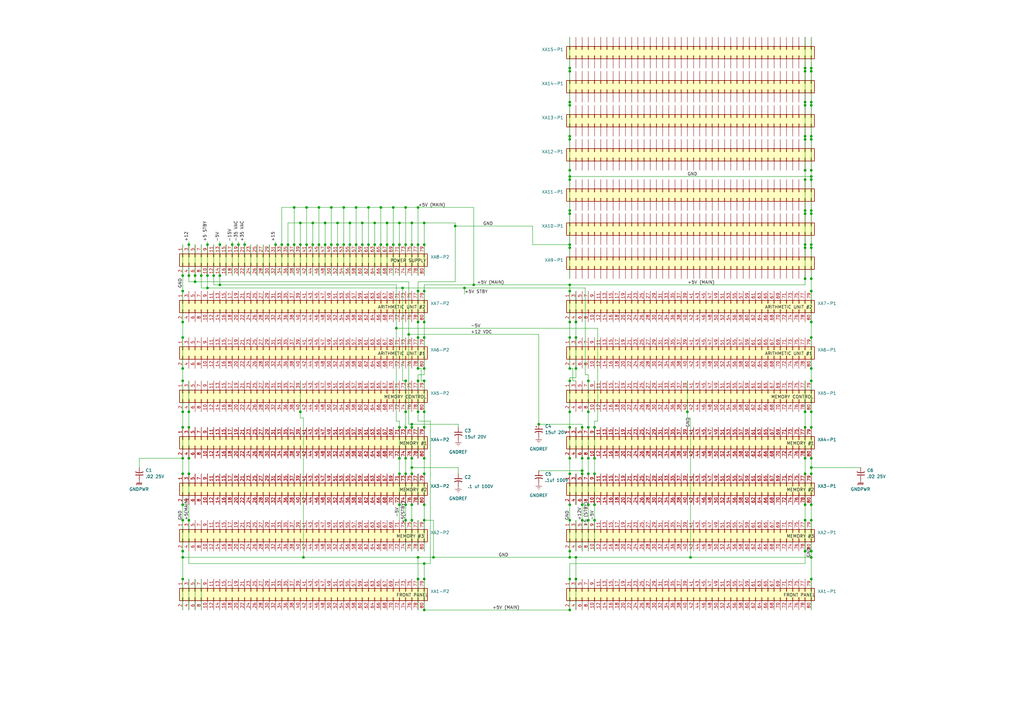
<source format=kicad_sch>
(kicad_sch (version 20250114) (generator "eeschema") (generator_version "9.0")
  (paper "A3")
  (lib_symbols
    (symbol "Conn_02x40_Odd_Even_1" (pin_numbers (hide yes)) (pin_names (offset 1.016) (hide yes))
      (property "Reference" "J" (at 1.27 50.8 0))
      (property "Value" "Conn_02x40_Odd_Even" (at 1.27 -53.34 0))
      (symbol "Conn_02x40_Odd_Even_1_1_1"
        (pin passive line (at -5.08 48.26 0) (length 3.81) (name "Pin_1") (number "1"))
        (pin passive line (at -5.08 45.72 0) (length 3.81) (name "Pin_3") (number "3"))
        (pin passive line (at -5.08 43.18 0) (length 3.81) (name "Pin_5") (number "5"))
        (pin passive line (at -5.08 40.64 0) (length 3.81) (name "Pin_7") (number "7"))
        (pin passive line (at -5.08 38.1 0) (length 3.81) (name "Pin_9") (number "9"))
        (pin passive line (at -5.08 35.56 0) (length 3.81) (name "Pin_11") (number "11"))
        (pin passive line (at -5.08 33.02 0) (length 3.81) (name "Pin_13") (number "13"))
        (pin passive line (at -5.08 30.48 0) (length 3.81) (name "Pin_15") (number "15"))
        (pin passive line (at -5.08 27.94 0) (length 3.81) (name "Pin_17") (number "17"))
        (pin passive line (at -5.08 25.4 0) (length 3.81) (name "Pin_19") (number "19"))
        (pin passive line (at -5.08 22.86 0) (length 3.81) (name "Pin_21") (number "21"))
        (pin passive line (at -5.08 20.32 0) (length 3.81) (name "Pin_23") (number "23"))
        (pin passive line (at -5.08 17.78 0) (length 3.81) (name "Pin_25") (number "25"))
        (pin passive line (at -5.08 15.24 0) (length 3.81) (name "Pin_27") (number "27"))
        (pin passive line (at -5.08 12.7 0) (length 3.81) (name "Pin_29") (number "29"))
        (pin passive line (at -5.08 10.16 0) (length 3.81) (name "Pin_31") (number "31"))
        (pin passive line (at -5.08 7.62 0) (length 3.81) (name "Pin_33") (number "33"))
        (pin passive line (at -5.08 5.08 0) (length 3.81) (name "Pin_35") (number "35"))
        (pin passive line (at -5.08 2.54 0) (length 3.81) (name "Pin_37") (number "37"))
        (pin passive line (at -5.08 0 0) (length 3.81) (name "Pin_39") (number "39"))
        (pin passive line (at -5.08 -2.54 0) (length 3.81) (name "Pin_41") (number "41"))
        (pin passive line (at -5.08 -5.08 0) (length 3.81) (name "Pin_43") (number "43"))
        (pin passive line (at -5.08 -7.62 0) (length 3.81) (name "Pin_45") (number "45"))
        (pin passive line (at -5.08 -10.16 0) (length 3.81) (name "Pin_47") (number "47"))
        (pin passive line (at -5.08 -12.7 0) (length 3.81) (name "Pin_49") (number "49"))
        (pin passive line (at -5.08 -15.24 0) (length 3.81) (name "Pin_51") (number "51"))
        (pin passive line (at -5.08 -17.78 0) (length 3.81) (name "Pin_53") (number "53"))
        (pin passive line (at -5.08 -20.32 0) (length 3.81) (name "Pin_55") (number "55"))
        (pin passive line (at -5.08 -22.86 0) (length 3.81) (name "Pin_57") (number "57"))
        (pin passive line (at -5.08 -25.4 0) (length 3.81) (name "Pin_59") (number "59"))
        (pin passive line (at -5.08 -27.94 0) (length 3.81) (name "Pin_61") (number "61"))
        (pin passive line (at -5.08 -30.48 0) (length 3.81) (name "Pin_63") (number "63"))
        (pin passive line (at -5.08 -33.02 0) (length 3.81) (name "Pin_65") (number "65"))
        (pin passive line (at -5.08 -35.56 0) (length 3.81) (name "Pin_67") (number "67"))
        (pin passive line (at -5.08 -38.1 0) (length 3.81) (name "Pin_69") (number "69"))
        (pin passive line (at -5.08 -40.64 0) (length 3.81) (name "Pin_71") (number "71"))
        (pin passive line (at -5.08 -43.18 0) (length 3.81) (name "Pin_73") (number "73"))
        (pin passive line (at -5.08 -45.72 0) (length 3.81) (name "Pin_75") (number "75"))
        (pin passive line (at -5.08 -48.26 0) (length 3.81) (name "Pin_77") (number "77"))
        (pin passive line (at -5.08 -50.8 0) (length 3.81) (name "Pin_79") (number "79"))
        (pin passive line (at 7.62 48.26 180) (length 3.81) (name "Pin_2") (number "2"))
        (pin passive line (at 7.62 45.72 180) (length 3.81) (name "Pin_4") (number "4"))
        (pin passive line (at 7.62 43.18 180) (length 3.81) (name "Pin_6") (number "6"))
        (pin passive line (at 7.62 40.64 180) (length 3.81) (name "Pin_8") (number "8"))
        (pin passive line (at 7.62 38.1 180) (length 3.81) (name "Pin_10") (number "10"))
        (pin passive line (at 7.62 35.56 180) (length 3.81) (name "Pin_12") (number "12"))
        (pin passive line (at 7.62 33.02 180) (length 3.81) (name "Pin_14") (number "14"))
        (pin passive line (at 7.62 30.48 180) (length 3.81) (name "Pin_16") (number "16"))
        (pin passive line (at 7.62 27.94 180) (length 3.81) (name "Pin_18") (number "18"))
        (pin passive line (at 7.62 25.4 180) (length 3.81) (name "Pin_20") (number "20"))
        (pin passive line (at 7.62 22.86 180) (length 3.81) (name "Pin_22") (number "22"))
        (pin passive line (at 7.62 20.32 180) (length 3.81) (name "Pin_24") (number "24"))
        (pin passive line (at 7.62 17.78 180) (length 3.81) (name "Pin_26") (number "26"))
        (pin passive line (at 7.62 15.24 180) (length 3.81) (name "Pin_28") (number "28"))
        (pin passive line (at 7.62 12.7 180) (length 3.81) (name "Pin_30") (number "30"))
        (pin passive line (at 7.62 10.16 180) (length 3.81) (name "Pin_32") (number "32"))
        (pin passive line (at 7.62 7.62 180) (length 3.81) (name "Pin_34") (number "34"))
        (pin passive line (at 7.62 5.08 180) (length 3.81) (name "Pin_36") (number "36"))
        (pin passive line (at 7.62 2.54 180) (length 3.81) (name "Pin_38") (number "38"))
        (pin passive line (at 7.62 0 180) (length 3.81) (name "Pin_40") (number "40"))
        (pin passive line (at 7.62 -2.54 180) (length 3.81) (name "Pin_42") (number "42"))
        (pin passive line (at 7.62 -5.08 180) (length 3.81) (name "Pin_44") (number "44"))
        (pin passive line (at 7.62 -7.62 180) (length 3.81) (name "Pin_46") (number "46"))
        (pin passive line (at 7.62 -10.16 180) (length 3.81) (name "Pin_48") (number "48"))
        (pin passive line (at 7.62 -12.7 180) (length 3.81) (name "Pin_50") (number "50"))
        (pin passive line (at 7.62 -15.24 180) (length 3.81) (name "Pin_52") (number "52"))
        (pin passive line (at 7.62 -17.78 180) (length 3.81) (name "Pin_54") (number "54"))
        (pin passive line (at 7.62 -20.32 180) (length 3.81) (name "Pin_56") (number "56"))
        (pin passive line (at 7.62 -22.86 180) (length 3.81) (name "Pin_58") (number "58"))
        (pin passive line (at 7.62 -25.4 180) (length 3.81) (name "Pin_60") (number "60"))
        (pin passive line (at 7.62 -27.94 180) (length 3.81) (name "Pin_62") (number "62"))
        (pin passive line (at 7.62 -30.48 180) (length 3.81) (name "Pin_64") (number "64"))
        (pin passive line (at 7.62 -33.02 180) (length 3.81) (name "Pin_66") (number "66"))
        (pin passive line (at 7.62 -35.56 180) (length 3.81) (name "Pin_68") (number "68"))
        (pin passive line (at 7.62 -38.1 180) (length 3.81) (name "Pin_70") (number "70"))
        (pin passive line (at 7.62 -40.64 180) (length 3.81) (name "Pin_72") (number "72"))
        (pin passive line (at 7.62 -43.18 180) (length 3.81) (name "Pin_74") (number "74"))
        (pin passive line (at 7.62 -45.72 180) (length 3.81) (name "Pin_76") (number "76"))
        (pin passive line (at 7.62 -48.26 180) (length 3.81) (name "Pin_78") (number "78"))
        (pin passive line (at 7.62 -50.8 180) (length 3.81) (name "Pin_80") (number "80"))
      )
    )
    (symbol "Conn_02x40_Odd_Even_2" (pin_numbers (hide yes)) (pin_names (offset 1.016) (hide yes))
      (property "Reference" "J" (at 1.27 50.8 0))
      (property "Value" "Conn_02x40_Odd_Even" (at 1.27 -53.34 0))
      (symbol "Conn_02x40_Odd_Even_2_1_1"
        (pin passive line (at -5.08 48.26 0) (length 3.81) (name "Pin_1") (number "1"))
        (pin passive line (at -5.08 45.72 0) (length 3.81) (name "Pin_3") (number "3"))
        (pin passive line (at -5.08 43.18 0) (length 3.81) (name "Pin_5") (number "5"))
        (pin passive line (at -5.08 40.64 0) (length 3.81) (name "Pin_7") (number "7"))
        (pin passive line (at -5.08 38.1 0) (length 3.81) (name "Pin_9") (number "9"))
        (pin passive line (at -5.08 35.56 0) (length 3.81) (name "Pin_11") (number "11"))
        (pin passive line (at -5.08 33.02 0) (length 3.81) (name "Pin_13") (number "13"))
        (pin passive line (at -5.08 30.48 0) (length 3.81) (name "Pin_15") (number "15"))
        (pin passive line (at -5.08 27.94 0) (length 3.81) (name "Pin_17") (number "17"))
        (pin passive line (at -5.08 25.4 0) (length 3.81) (name "Pin_19") (number "19"))
        (pin passive line (at -5.08 22.86 0) (length 3.81) (name "Pin_21") (number "21"))
        (pin passive line (at -5.08 20.32 0) (length 3.81) (name "Pin_23") (number "23"))
        (pin passive line (at -5.08 17.78 0) (length 3.81) (name "Pin_25") (number "25"))
        (pin passive line (at -5.08 15.24 0) (length 3.81) (name "Pin_27") (number "27"))
        (pin passive line (at -5.08 12.7 0) (length 3.81) (name "Pin_29") (number "29"))
        (pin passive line (at -5.08 10.16 0) (length 3.81) (name "Pin_31") (number "31"))
        (pin passive line (at -5.08 7.62 0) (length 3.81) (name "Pin_33") (number "33"))
        (pin passive line (at -5.08 5.08 0) (length 3.81) (name "Pin_35") (number "35"))
        (pin passive line (at -5.08 2.54 0) (length 3.81) (name "Pin_37") (number "37"))
        (pin passive line (at -5.08 0 0) (length 3.81) (name "Pin_39") (number "39"))
        (pin passive line (at -5.08 -2.54 0) (length 3.81) (name "Pin_41") (number "41"))
        (pin passive line (at -5.08 -5.08 0) (length 3.81) (name "Pin_43") (number "43"))
        (pin passive line (at -5.08 -7.62 0) (length 3.81) (name "Pin_45") (number "45"))
        (pin passive line (at -5.08 -10.16 0) (length 3.81) (name "Pin_47") (number "47"))
        (pin passive line (at -5.08 -12.7 0) (length 3.81) (name "Pin_49") (number "49"))
        (pin passive line (at -5.08 -15.24 0) (length 3.81) (name "Pin_51") (number "51"))
        (pin passive line (at -5.08 -17.78 0) (length 3.81) (name "Pin_53") (number "53"))
        (pin passive line (at -5.08 -20.32 0) (length 3.81) (name "Pin_55") (number "55"))
        (pin passive line (at -5.08 -22.86 0) (length 3.81) (name "Pin_57") (number "57"))
        (pin passive line (at -5.08 -25.4 0) (length 3.81) (name "Pin_59") (number "59"))
        (pin passive line (at -5.08 -27.94 0) (length 3.81) (name "Pin_61") (number "61"))
        (pin passive line (at -5.08 -30.48 0) (length 3.81) (name "Pin_63") (number "63"))
        (pin passive line (at -5.08 -33.02 0) (length 3.81) (name "Pin_65") (number "65"))
        (pin passive line (at -5.08 -35.56 0) (length 3.81) (name "Pin_67") (number "67"))
        (pin passive line (at -5.08 -38.1 0) (length 3.81) (name "Pin_69") (number "69"))
        (pin passive line (at -5.08 -40.64 0) (length 3.81) (name "Pin_71") (number "71"))
        (pin passive line (at -5.08 -43.18 0) (length 3.81) (name "Pin_73") (number "73"))
        (pin passive line (at -5.08 -45.72 0) (length 3.81) (name "Pin_75") (number "75"))
        (pin passive line (at -5.08 -48.26 0) (length 3.81) (name "Pin_77") (number "77"))
        (pin passive line (at -5.08 -50.8 0) (length 3.81) (name "Pin_79") (number "79"))
        (pin passive line (at 7.62 48.26 180) (length 3.81) (name "Pin_2") (number "2"))
        (pin passive line (at 7.62 45.72 180) (length 3.81) (name "Pin_4") (number "4"))
        (pin passive line (at 7.62 43.18 180) (length 3.81) (name "Pin_6") (number "6"))
        (pin passive line (at 7.62 40.64 180) (length 3.81) (name "Pin_8") (number "8"))
        (pin passive line (at 7.62 38.1 180) (length 3.81) (name "Pin_10") (number "10"))
        (pin passive line (at 7.62 35.56 180) (length 3.81) (name "Pin_12") (number "12"))
        (pin passive line (at 7.62 33.02 180) (length 3.81) (name "Pin_14") (number "14"))
        (pin passive line (at 7.62 30.48 180) (length 3.81) (name "Pin_16") (number "16"))
        (pin passive line (at 7.62 27.94 180) (length 3.81) (name "Pin_18") (number "18"))
        (pin passive line (at 7.62 25.4 180) (length 3.81) (name "Pin_20") (number "20"))
        (pin passive line (at 7.62 22.86 180) (length 3.81) (name "Pin_22") (number "22"))
        (pin passive line (at 7.62 20.32 180) (length 3.81) (name "Pin_24") (number "24"))
        (pin passive line (at 7.62 17.78 180) (length 3.81) (name "Pin_26") (number "26"))
        (pin passive line (at 7.62 15.24 180) (length 3.81) (name "Pin_28") (number "28"))
        (pin passive line (at 7.62 12.7 180) (length 3.81) (name "Pin_30") (number "30"))
        (pin passive line (at 7.62 10.16 180) (length 3.81) (name "Pin_32") (number "32"))
        (pin passive line (at 7.62 7.62 180) (length 3.81) (name "Pin_34") (number "34"))
        (pin passive line (at 7.62 5.08 180) (length 3.81) (name "Pin_36") (number "36"))
        (pin passive line (at 7.62 2.54 180) (length 3.81) (name "Pin_38") (number "38"))
        (pin passive line (at 7.62 0 180) (length 3.81) (name "Pin_40") (number "40"))
        (pin passive line (at 7.62 -2.54 180) (length 3.81) (name "Pin_42") (number "42"))
        (pin passive line (at 7.62 -5.08 180) (length 3.81) (name "Pin_44") (number "44"))
        (pin passive line (at 7.62 -7.62 180) (length 3.81) (name "Pin_46") (number "46"))
        (pin passive line (at 7.62 -10.16 180) (length 3.81) (name "Pin_48") (number "48"))
        (pin passive line (at 7.62 -12.7 180) (length 3.81) (name "Pin_50") (number "50"))
        (pin passive line (at 7.62 -15.24 180) (length 3.81) (name "Pin_52") (number "52"))
        (pin passive line (at 7.62 -17.78 180) (length 3.81) (name "Pin_54") (number "54"))
        (pin passive line (at 7.62 -20.32 180) (length 3.81) (name "Pin_56") (number "56"))
        (pin passive line (at 7.62 -22.86 180) (length 3.81) (name "Pin_58") (number "58"))
        (pin passive line (at 7.62 -25.4 180) (length 3.81) (name "Pin_60") (number "60"))
        (pin passive line (at 7.62 -27.94 180) (length 3.81) (name "Pin_62") (number "62"))
        (pin passive line (at 7.62 -30.48 180) (length 3.81) (name "Pin_64") (number "64"))
        (pin passive line (at 7.62 -33.02 180) (length 3.81) (name "Pin_66") (number "66"))
        (pin passive line (at 7.62 -35.56 180) (length 3.81) (name "Pin_68") (number "68"))
        (pin passive line (at 7.62 -38.1 180) (length 3.81) (name "Pin_70") (number "70"))
        (pin passive line (at 7.62 -40.64 180) (length 3.81) (name "Pin_72") (number "72"))
        (pin passive line (at 7.62 -43.18 180) (length 3.81) (name "Pin_74") (number "74"))
        (pin passive line (at 7.62 -45.72 180) (length 3.81) (name "Pin_76") (number "76"))
        (pin passive line (at 7.62 -48.26 180) (length 3.81) (name "Pin_78") (number "78"))
        (pin passive line (at 7.62 -50.8 180) (length 3.81) (name "Pin_80") (number "80"))
      )
    )
    (symbol "Conn_02x40_Odd_Even_3" (pin_numbers (hide yes)) (pin_names (offset 1.016) (hide yes))
      (property "Reference" "J" (at 1.27 50.8 0))
      (property "Value" "Conn_02x40_Odd_Even" (at 1.27 -53.34 0))
      (symbol "Conn_02x40_Odd_Even_3_1_1"
        (pin passive line (at -5.08 48.26 0) (length 3.81) (name "Pin_1") (number "1"))
        (pin passive line (at -5.08 45.72 0) (length 3.81) (name "Pin_3") (number "3"))
        (pin passive line (at -5.08 43.18 0) (length 3.81) (name "Pin_5") (number "5"))
        (pin passive line (at -5.08 40.64 0) (length 3.81) (name "Pin_7") (number "7"))
        (pin passive line (at -5.08 38.1 0) (length 3.81) (name "Pin_9") (number "9"))
        (pin passive line (at -5.08 35.56 0) (length 3.81) (name "Pin_11") (number "11"))
        (pin passive line (at -5.08 33.02 0) (length 3.81) (name "Pin_13") (number "13"))
        (pin passive line (at -5.08 30.48 0) (length 3.81) (name "Pin_15") (number "15"))
        (pin passive line (at -5.08 27.94 0) (length 3.81) (name "Pin_17") (number "17"))
        (pin passive line (at -5.08 25.4 0) (length 3.81) (name "Pin_19") (number "19"))
        (pin passive line (at -5.08 22.86 0) (length 3.81) (name "Pin_21") (number "21"))
        (pin passive line (at -5.08 20.32 0) (length 3.81) (name "Pin_23") (number "23"))
        (pin passive line (at -5.08 17.78 0) (length 3.81) (name "Pin_25") (number "25"))
        (pin passive line (at -5.08 15.24 0) (length 3.81) (name "Pin_27") (number "27"))
        (pin passive line (at -5.08 12.7 0) (length 3.81) (name "Pin_29") (number "29"))
        (pin passive line (at -5.08 10.16 0) (length 3.81) (name "Pin_31") (number "31"))
        (pin passive line (at -5.08 7.62 0) (length 3.81) (name "Pin_33") (number "33"))
        (pin passive line (at -5.08 5.08 0) (length 3.81) (name "Pin_35") (number "35"))
        (pin passive line (at -5.08 2.54 0) (length 3.81) (name "Pin_37") (number "37"))
        (pin passive line (at -5.08 0 0) (length 3.81) (name "Pin_39") (number "39"))
        (pin passive line (at -5.08 -2.54 0) (length 3.81) (name "Pin_41") (number "41"))
        (pin passive line (at -5.08 -5.08 0) (length 3.81) (name "Pin_43") (number "43"))
        (pin passive line (at -5.08 -7.62 0) (length 3.81) (name "Pin_45") (number "45"))
        (pin passive line (at -5.08 -10.16 0) (length 3.81) (name "Pin_47") (number "47"))
        (pin passive line (at -5.08 -12.7 0) (length 3.81) (name "Pin_49") (number "49"))
        (pin passive line (at -5.08 -15.24 0) (length 3.81) (name "Pin_51") (number "51"))
        (pin passive line (at -5.08 -17.78 0) (length 3.81) (name "Pin_53") (number "53"))
        (pin passive line (at -5.08 -20.32 0) (length 3.81) (name "Pin_55") (number "55"))
        (pin passive line (at -5.08 -22.86 0) (length 3.81) (name "Pin_57") (number "57"))
        (pin passive line (at -5.08 -25.4 0) (length 3.81) (name "Pin_59") (number "59"))
        (pin passive line (at -5.08 -27.94 0) (length 3.81) (name "Pin_61") (number "61"))
        (pin passive line (at -5.08 -30.48 0) (length 3.81) (name "Pin_63") (number "63"))
        (pin passive line (at -5.08 -33.02 0) (length 3.81) (name "Pin_65") (number "65"))
        (pin passive line (at -5.08 -35.56 0) (length 3.81) (name "Pin_67") (number "67"))
        (pin passive line (at -5.08 -38.1 0) (length 3.81) (name "Pin_69") (number "69"))
        (pin passive line (at -5.08 -40.64 0) (length 3.81) (name "Pin_71") (number "71"))
        (pin passive line (at -5.08 -43.18 0) (length 3.81) (name "Pin_73") (number "73"))
        (pin passive line (at -5.08 -45.72 0) (length 3.81) (name "Pin_75") (number "75"))
        (pin passive line (at -5.08 -48.26 0) (length 3.81) (name "Pin_77") (number "77"))
        (pin passive line (at -5.08 -50.8 0) (length 3.81) (name "Pin_79") (number "79"))
        (pin passive line (at 7.62 48.26 180) (length 3.81) (name "Pin_2") (number "2"))
        (pin passive line (at 7.62 45.72 180) (length 3.81) (name "Pin_4") (number "4"))
        (pin passive line (at 7.62 43.18 180) (length 3.81) (name "Pin_6") (number "6"))
        (pin passive line (at 7.62 40.64 180) (length 3.81) (name "Pin_8") (number "8"))
        (pin passive line (at 7.62 38.1 180) (length 3.81) (name "Pin_10") (number "10"))
        (pin passive line (at 7.62 35.56 180) (length 3.81) (name "Pin_12") (number "12"))
        (pin passive line (at 7.62 33.02 180) (length 3.81) (name "Pin_14") (number "14"))
        (pin passive line (at 7.62 30.48 180) (length 3.81) (name "Pin_16") (number "16"))
        (pin passive line (at 7.62 27.94 180) (length 3.81) (name "Pin_18") (number "18"))
        (pin passive line (at 7.62 25.4 180) (length 3.81) (name "Pin_20") (number "20"))
        (pin passive line (at 7.62 22.86 180) (length 3.81) (name "Pin_22") (number "22"))
        (pin passive line (at 7.62 20.32 180) (length 3.81) (name "Pin_24") (number "24"))
        (pin passive line (at 7.62 17.78 180) (length 3.81) (name "Pin_26") (number "26"))
        (pin passive line (at 7.62 15.24 180) (length 3.81) (name "Pin_28") (number "28"))
        (pin passive line (at 7.62 12.7 180) (length 3.81) (name "Pin_30") (number "30"))
        (pin passive line (at 7.62 10.16 180) (length 3.81) (name "Pin_32") (number "32"))
        (pin passive line (at 7.62 7.62 180) (length 3.81) (name "Pin_34") (number "34"))
        (pin passive line (at 7.62 5.08 180) (length 3.81) (name "Pin_36") (number "36"))
        (pin passive line (at 7.62 2.54 180) (length 3.81) (name "Pin_38") (number "38"))
        (pin passive line (at 7.62 0 180) (length 3.81) (name "Pin_40") (number "40"))
        (pin passive line (at 7.62 -2.54 180) (length 3.81) (name "Pin_42") (number "42"))
        (pin passive line (at 7.62 -5.08 180) (length 3.81) (name "Pin_44") (number "44"))
        (pin passive line (at 7.62 -7.62 180) (length 3.81) (name "Pin_46") (number "46"))
        (pin passive line (at 7.62 -10.16 180) (length 3.81) (name "Pin_48") (number "48"))
        (pin passive line (at 7.62 -12.7 180) (length 3.81) (name "Pin_50") (number "50"))
        (pin passive line (at 7.62 -15.24 180) (length 3.81) (name "Pin_52") (number "52"))
        (pin passive line (at 7.62 -17.78 180) (length 3.81) (name "Pin_54") (number "54"))
        (pin passive line (at 7.62 -20.32 180) (length 3.81) (name "Pin_56") (number "56"))
        (pin passive line (at 7.62 -22.86 180) (length 3.81) (name "Pin_58") (number "58"))
        (pin passive line (at 7.62 -25.4 180) (length 3.81) (name "Pin_60") (number "60"))
        (pin passive line (at 7.62 -27.94 180) (length 3.81) (name "Pin_62") (number "62"))
        (pin passive line (at 7.62 -30.48 180) (length 3.81) (name "Pin_64") (number "64"))
        (pin passive line (at 7.62 -33.02 180) (length 3.81) (name "Pin_66") (number "66"))
        (pin passive line (at 7.62 -35.56 180) (length 3.81) (name "Pin_68") (number "68"))
        (pin passive line (at 7.62 -38.1 180) (length 3.81) (name "Pin_70") (number "70"))
        (pin passive line (at 7.62 -40.64 180) (length 3.81) (name "Pin_72") (number "72"))
        (pin passive line (at 7.62 -43.18 180) (length 3.81) (name "Pin_74") (number "74"))
        (pin passive line (at 7.62 -45.72 180) (length 3.81) (name "Pin_76") (number "76"))
        (pin passive line (at 7.62 -48.26 180) (length 3.81) (name "Pin_78") (number "78"))
        (pin passive line (at 7.62 -50.8 180) (length 3.81) (name "Pin_80") (number "80"))
      )
    )
    (symbol "Conn_02x40_Odd_Even_4" (pin_numbers (hide yes)) (pin_names (offset 1.016) (hide yes))
      (property "Reference" "J" (at 1.27 50.8 0))
      (property "Value" "Conn_02x40_Odd_Even" (at 1.27 -53.34 0))
      (symbol "Conn_02x40_Odd_Even_4_1_1"
        (pin passive line (at -5.08 48.26 0) (length 3.81) (name "Pin_1") (number "1"))
        (pin passive line (at -5.08 45.72 0) (length 3.81) (name "Pin_3") (number "3"))
        (pin passive line (at -5.08 43.18 0) (length 3.81) (name "Pin_5") (number "5"))
        (pin passive line (at -5.08 40.64 0) (length 3.81) (name "Pin_7") (number "7"))
        (pin passive line (at -5.08 38.1 0) (length 3.81) (name "Pin_9") (number "9"))
        (pin passive line (at -5.08 35.56 0) (length 3.81) (name "Pin_11") (number "11"))
        (pin passive line (at -5.08 33.02 0) (length 3.81) (name "Pin_13") (number "13"))
        (pin passive line (at -5.08 30.48 0) (length 3.81) (name "Pin_15") (number "15"))
        (pin passive line (at -5.08 27.94 0) (length 3.81) (name "Pin_17") (number "17"))
        (pin passive line (at -5.08 25.4 0) (length 3.81) (name "Pin_19") (number "19"))
        (pin passive line (at -5.08 22.86 0) (length 3.81) (name "Pin_21") (number "21"))
        (pin passive line (at -5.08 20.32 0) (length 3.81) (name "Pin_23") (number "23"))
        (pin passive line (at -5.08 17.78 0) (length 3.81) (name "Pin_25") (number "25"))
        (pin passive line (at -5.08 15.24 0) (length 3.81) (name "Pin_27") (number "27"))
        (pin passive line (at -5.08 12.7 0) (length 3.81) (name "Pin_29") (number "29"))
        (pin passive line (at -5.08 10.16 0) (length 3.81) (name "Pin_31") (number "31"))
        (pin passive line (at -5.08 7.62 0) (length 3.81) (name "Pin_33") (number "33"))
        (pin passive line (at -5.08 5.08 0) (length 3.81) (name "Pin_35") (number "35"))
        (pin passive line (at -5.08 2.54 0) (length 3.81) (name "Pin_37") (number "37"))
        (pin passive line (at -5.08 0 0) (length 3.81) (name "Pin_39") (number "39"))
        (pin passive line (at -5.08 -2.54 0) (length 3.81) (name "Pin_41") (number "41"))
        (pin passive line (at -5.08 -5.08 0) (length 3.81) (name "Pin_43") (number "43"))
        (pin passive line (at -5.08 -7.62 0) (length 3.81) (name "Pin_45") (number "45"))
        (pin passive line (at -5.08 -10.16 0) (length 3.81) (name "Pin_47") (number "47"))
        (pin passive line (at -5.08 -12.7 0) (length 3.81) (name "Pin_49") (number "49"))
        (pin passive line (at -5.08 -15.24 0) (length 3.81) (name "Pin_51") (number "51"))
        (pin passive line (at -5.08 -17.78 0) (length 3.81) (name "Pin_53") (number "53"))
        (pin passive line (at -5.08 -20.32 0) (length 3.81) (name "Pin_55") (number "55"))
        (pin passive line (at -5.08 -22.86 0) (length 3.81) (name "Pin_57") (number "57"))
        (pin passive line (at -5.08 -25.4 0) (length 3.81) (name "Pin_59") (number "59"))
        (pin passive line (at -5.08 -27.94 0) (length 3.81) (name "Pin_61") (number "61"))
        (pin passive line (at -5.08 -30.48 0) (length 3.81) (name "Pin_63") (number "63"))
        (pin passive line (at -5.08 -33.02 0) (length 3.81) (name "Pin_65") (number "65"))
        (pin passive line (at -5.08 -35.56 0) (length 3.81) (name "Pin_67") (number "67"))
        (pin passive line (at -5.08 -38.1 0) (length 3.81) (name "Pin_69") (number "69"))
        (pin passive line (at -5.08 -40.64 0) (length 3.81) (name "Pin_71") (number "71"))
        (pin passive line (at -5.08 -43.18 0) (length 3.81) (name "Pin_73") (number "73"))
        (pin passive line (at -5.08 -45.72 0) (length 3.81) (name "Pin_75") (number "75"))
        (pin passive line (at -5.08 -48.26 0) (length 3.81) (name "Pin_77") (number "77"))
        (pin passive line (at -5.08 -50.8 0) (length 3.81) (name "Pin_79") (number "79"))
        (pin passive line (at 7.62 48.26 180) (length 3.81) (name "Pin_2") (number "2"))
        (pin passive line (at 7.62 45.72 180) (length 3.81) (name "Pin_4") (number "4"))
        (pin passive line (at 7.62 43.18 180) (length 3.81) (name "Pin_6") (number "6"))
        (pin passive line (at 7.62 40.64 180) (length 3.81) (name "Pin_8") (number "8"))
        (pin passive line (at 7.62 38.1 180) (length 3.81) (name "Pin_10") (number "10"))
        (pin passive line (at 7.62 35.56 180) (length 3.81) (name "Pin_12") (number "12"))
        (pin passive line (at 7.62 33.02 180) (length 3.81) (name "Pin_14") (number "14"))
        (pin passive line (at 7.62 30.48 180) (length 3.81) (name "Pin_16") (number "16"))
        (pin passive line (at 7.62 27.94 180) (length 3.81) (name "Pin_18") (number "18"))
        (pin passive line (at 7.62 25.4 180) (length 3.81) (name "Pin_20") (number "20"))
        (pin passive line (at 7.62 22.86 180) (length 3.81) (name "Pin_22") (number "22"))
        (pin passive line (at 7.62 20.32 180) (length 3.81) (name "Pin_24") (number "24"))
        (pin passive line (at 7.62 17.78 180) (length 3.81) (name "Pin_26") (number "26"))
        (pin passive line (at 7.62 15.24 180) (length 3.81) (name "Pin_28") (number "28"))
        (pin passive line (at 7.62 12.7 180) (length 3.81) (name "Pin_30") (number "30"))
        (pin passive line (at 7.62 10.16 180) (length 3.81) (name "Pin_32") (number "32"))
        (pin passive line (at 7.62 7.62 180) (length 3.81) (name "Pin_34") (number "34"))
        (pin passive line (at 7.62 5.08 180) (length 3.81) (name "Pin_36") (number "36"))
        (pin passive line (at 7.62 2.54 180) (length 3.81) (name "Pin_38") (number "38"))
        (pin passive line (at 7.62 0 180) (length 3.81) (name "Pin_40") (number "40"))
        (pin passive line (at 7.62 -2.54 180) (length 3.81) (name "Pin_42") (number "42"))
        (pin passive line (at 7.62 -5.08 180) (length 3.81) (name "Pin_44") (number "44"))
        (pin passive line (at 7.62 -7.62 180) (length 3.81) (name "Pin_46") (number "46"))
        (pin passive line (at 7.62 -10.16 180) (length 3.81) (name "Pin_48") (number "48"))
        (pin passive line (at 7.62 -12.7 180) (length 3.81) (name "Pin_50") (number "50"))
        (pin passive line (at 7.62 -15.24 180) (length 3.81) (name "Pin_52") (number "52"))
        (pin passive line (at 7.62 -17.78 180) (length 3.81) (name "Pin_54") (number "54"))
        (pin passive line (at 7.62 -20.32 180) (length 3.81) (name "Pin_56") (number "56"))
        (pin passive line (at 7.62 -22.86 180) (length 3.81) (name "Pin_58") (number "58"))
        (pin passive line (at 7.62 -25.4 180) (length 3.81) (name "Pin_60") (number "60"))
        (pin passive line (at 7.62 -27.94 180) (length 3.81) (name "Pin_62") (number "62"))
        (pin passive line (at 7.62 -30.48 180) (length 3.81) (name "Pin_64") (number "64"))
        (pin passive line (at 7.62 -33.02 180) (length 3.81) (name "Pin_66") (number "66"))
        (pin passive line (at 7.62 -35.56 180) (length 3.81) (name "Pin_68") (number "68"))
        (pin passive line (at 7.62 -38.1 180) (length 3.81) (name "Pin_70") (number "70"))
        (pin passive line (at 7.62 -40.64 180) (length 3.81) (name "Pin_72") (number "72"))
        (pin passive line (at 7.62 -43.18 180) (length 3.81) (name "Pin_74") (number "74"))
        (pin passive line (at 7.62 -45.72 180) (length 3.81) (name "Pin_76") (number "76"))
        (pin passive line (at 7.62 -48.26 180) (length 3.81) (name "Pin_78") (number "78"))
        (pin passive line (at 7.62 -50.8 180) (length 3.81) (name "Pin_80") (number "80"))
      )
    )
    (symbol "Conn_02x40_Odd_Even_5" (pin_numbers (hide yes)) (pin_names (offset 1.016) (hide yes))
      (property "Reference" "J" (at 1.27 50.8 0))
      (property "Value" "Conn_02x40_Odd_Even" (at 1.27 -53.34 0))
      (symbol "Conn_02x40_Odd_Even_5_1_1"
        (pin passive line (at -5.08 48.26 0) (length 3.81) (name "Pin_1") (number "1"))
        (pin passive line (at -5.08 45.72 0) (length 3.81) (name "Pin_3") (number "3"))
        (pin passive line (at -5.08 43.18 0) (length 3.81) (name "Pin_5") (number "5"))
        (pin passive line (at -5.08 40.64 0) (length 3.81) (name "Pin_7") (number "7"))
        (pin passive line (at -5.08 38.1 0) (length 3.81) (name "Pin_9") (number "9"))
        (pin passive line (at -5.08 35.56 0) (length 3.81) (name "Pin_11") (number "11"))
        (pin passive line (at -5.08 33.02 0) (length 3.81) (name "Pin_13") (number "13"))
        (pin passive line (at -5.08 30.48 0) (length 3.81) (name "Pin_15") (number "15"))
        (pin passive line (at -5.08 27.94 0) (length 3.81) (name "Pin_17") (number "17"))
        (pin passive line (at -5.08 25.4 0) (length 3.81) (name "Pin_19") (number "19"))
        (pin passive line (at -5.08 22.86 0) (length 3.81) (name "Pin_21") (number "21"))
        (pin passive line (at -5.08 20.32 0) (length 3.81) (name "Pin_23") (number "23"))
        (pin passive line (at -5.08 17.78 0) (length 3.81) (name "Pin_25") (number "25"))
        (pin passive line (at -5.08 15.24 0) (length 3.81) (name "Pin_27") (number "27"))
        (pin passive line (at -5.08 12.7 0) (length 3.81) (name "Pin_29") (number "29"))
        (pin passive line (at -5.08 10.16 0) (length 3.81) (name "Pin_31") (number "31"))
        (pin passive line (at -5.08 7.62 0) (length 3.81) (name "Pin_33") (number "33"))
        (pin passive line (at -5.08 5.08 0) (length 3.81) (name "Pin_35") (number "35"))
        (pin passive line (at -5.08 2.54 0) (length 3.81) (name "Pin_37") (number "37"))
        (pin passive line (at -5.08 0 0) (length 3.81) (name "Pin_39") (number "39"))
        (pin passive line (at -5.08 -2.54 0) (length 3.81) (name "Pin_41") (number "41"))
        (pin passive line (at -5.08 -5.08 0) (length 3.81) (name "Pin_43") (number "43"))
        (pin passive line (at -5.08 -7.62 0) (length 3.81) (name "Pin_45") (number "45"))
        (pin passive line (at -5.08 -10.16 0) (length 3.81) (name "Pin_47") (number "47"))
        (pin passive line (at -5.08 -12.7 0) (length 3.81) (name "Pin_49") (number "49"))
        (pin passive line (at -5.08 -15.24 0) (length 3.81) (name "Pin_51") (number "51"))
        (pin passive line (at -5.08 -17.78 0) (length 3.81) (name "Pin_53") (number "53"))
        (pin passive line (at -5.08 -20.32 0) (length 3.81) (name "Pin_55") (number "55"))
        (pin passive line (at -5.08 -22.86 0) (length 3.81) (name "Pin_57") (number "57"))
        (pin passive line (at -5.08 -25.4 0) (length 3.81) (name "Pin_59") (number "59"))
        (pin passive line (at -5.08 -27.94 0) (length 3.81) (name "Pin_61") (number "61"))
        (pin passive line (at -5.08 -30.48 0) (length 3.81) (name "Pin_63") (number "63"))
        (pin passive line (at -5.08 -33.02 0) (length 3.81) (name "Pin_65") (number "65"))
        (pin passive line (at -5.08 -35.56 0) (length 3.81) (name "Pin_67") (number "67"))
        (pin passive line (at -5.08 -38.1 0) (length 3.81) (name "Pin_69") (number "69"))
        (pin passive line (at -5.08 -40.64 0) (length 3.81) (name "Pin_71") (number "71"))
        (pin passive line (at -5.08 -43.18 0) (length 3.81) (name "Pin_73") (number "73"))
        (pin passive line (at -5.08 -45.72 0) (length 3.81) (name "Pin_75") (number "75"))
        (pin passive line (at -5.08 -48.26 0) (length 3.81) (name "Pin_77") (number "77"))
        (pin passive line (at -5.08 -50.8 0) (length 3.81) (name "Pin_79") (number "79"))
        (pin passive line (at 7.62 48.26 180) (length 3.81) (name "Pin_2") (number "2"))
        (pin passive line (at 7.62 45.72 180) (length 3.81) (name "Pin_4") (number "4"))
        (pin passive line (at 7.62 43.18 180) (length 3.81) (name "Pin_6") (number "6"))
        (pin passive line (at 7.62 40.64 180) (length 3.81) (name "Pin_8") (number "8"))
        (pin passive line (at 7.62 38.1 180) (length 3.81) (name "Pin_10") (number "10"))
        (pin passive line (at 7.62 35.56 180) (length 3.81) (name "Pin_12") (number "12"))
        (pin passive line (at 7.62 33.02 180) (length 3.81) (name "Pin_14") (number "14"))
        (pin passive line (at 7.62 30.48 180) (length 3.81) (name "Pin_16") (number "16"))
        (pin passive line (at 7.62 27.94 180) (length 3.81) (name "Pin_18") (number "18"))
        (pin passive line (at 7.62 25.4 180) (length 3.81) (name "Pin_20") (number "20"))
        (pin passive line (at 7.62 22.86 180) (length 3.81) (name "Pin_22") (number "22"))
        (pin passive line (at 7.62 20.32 180) (length 3.81) (name "Pin_24") (number "24"))
        (pin passive line (at 7.62 17.78 180) (length 3.81) (name "Pin_26") (number "26"))
        (pin passive line (at 7.62 15.24 180) (length 3.81) (name "Pin_28") (number "28"))
        (pin passive line (at 7.62 12.7 180) (length 3.81) (name "Pin_30") (number "30"))
        (pin passive line (at 7.62 10.16 180) (length 3.81) (name "Pin_32") (number "32"))
        (pin passive line (at 7.62 7.62 180) (length 3.81) (name "Pin_34") (number "34"))
        (pin passive line (at 7.62 5.08 180) (length 3.81) (name "Pin_36") (number "36"))
        (pin passive line (at 7.62 2.54 180) (length 3.81) (name "Pin_38") (number "38"))
        (pin passive line (at 7.62 0 180) (length 3.81) (name "Pin_40") (number "40"))
        (pin passive line (at 7.62 -2.54 180) (length 3.81) (name "Pin_42") (number "42"))
        (pin passive line (at 7.62 -5.08 180) (length 3.81) (name "Pin_44") (number "44"))
        (pin passive line (at 7.62 -7.62 180) (length 3.81) (name "Pin_46") (number "46"))
        (pin passive line (at 7.62 -10.16 180) (length 3.81) (name "Pin_48") (number "48"))
        (pin passive line (at 7.62 -12.7 180) (length 3.81) (name "Pin_50") (number "50"))
        (pin passive line (at 7.62 -15.24 180) (length 3.81) (name "Pin_52") (number "52"))
        (pin passive line (at 7.62 -17.78 180) (length 3.81) (name "Pin_54") (number "54"))
        (pin passive line (at 7.62 -20.32 180) (length 3.81) (name "Pin_56") (number "56"))
        (pin passive line (at 7.62 -22.86 180) (length 3.81) (name "Pin_58") (number "58"))
        (pin passive line (at 7.62 -25.4 180) (length 3.81) (name "Pin_60") (number "60"))
        (pin passive line (at 7.62 -27.94 180) (length 3.81) (name "Pin_62") (number "62"))
        (pin passive line (at 7.62 -30.48 180) (length 3.81) (name "Pin_64") (number "64"))
        (pin passive line (at 7.62 -33.02 180) (length 3.81) (name "Pin_66") (number "66"))
        (pin passive line (at 7.62 -35.56 180) (length 3.81) (name "Pin_68") (number "68"))
        (pin passive line (at 7.62 -38.1 180) (length 3.81) (name "Pin_70") (number "70"))
        (pin passive line (at 7.62 -40.64 180) (length 3.81) (name "Pin_72") (number "72"))
        (pin passive line (at 7.62 -43.18 180) (length 3.81) (name "Pin_74") (number "74"))
        (pin passive line (at 7.62 -45.72 180) (length 3.81) (name "Pin_76") (number "76"))
        (pin passive line (at 7.62 -48.26 180) (length 3.81) (name "Pin_78") (number "78"))
        (pin passive line (at 7.62 -50.8 180) (length 3.81) (name "Pin_80") (number "80"))
      )
    )
    (symbol "Conn_02x40_Odd_Even_6" (pin_numbers (hide yes)) (pin_names (offset 1.016) (hide yes))
      (property "Reference" "J" (at 1.27 50.8 0))
      (property "Value" "Conn_02x40_Odd_Even" (at 1.27 -53.34 0))
      (symbol "Conn_02x40_Odd_Even_6_1_1"
        (pin passive line (at -5.08 48.26 0) (length 3.81) (name "Pin_1") (number "1"))
        (pin passive line (at -5.08 45.72 0) (length 3.81) (name "Pin_3") (number "3"))
        (pin passive line (at -5.08 43.18 0) (length 3.81) (name "Pin_5") (number "5"))
        (pin passive line (at -5.08 40.64 0) (length 3.81) (name "Pin_7") (number "7"))
        (pin passive line (at -5.08 38.1 0) (length 3.81) (name "Pin_9") (number "9"))
        (pin passive line (at -5.08 35.56 0) (length 3.81) (name "Pin_11") (number "11"))
        (pin passive line (at -5.08 33.02 0) (length 3.81) (name "Pin_13") (number "13"))
        (pin passive line (at -5.08 30.48 0) (length 3.81) (name "Pin_15") (number "15"))
        (pin passive line (at -5.08 27.94 0) (length 3.81) (name "Pin_17") (number "17"))
        (pin passive line (at -5.08 25.4 0) (length 3.81) (name "Pin_19") (number "19"))
        (pin passive line (at -5.08 22.86 0) (length 3.81) (name "Pin_21") (number "21"))
        (pin passive line (at -5.08 20.32 0) (length 3.81) (name "Pin_23") (number "23"))
        (pin passive line (at -5.08 17.78 0) (length 3.81) (name "Pin_25") (number "25"))
        (pin passive line (at -5.08 15.24 0) (length 3.81) (name "Pin_27") (number "27"))
        (pin passive line (at -5.08 12.7 0) (length 3.81) (name "Pin_29") (number "29"))
        (pin passive line (at -5.08 10.16 0) (length 3.81) (name "Pin_31") (number "31"))
        (pin passive line (at -5.08 7.62 0) (length 3.81) (name "Pin_33") (number "33"))
        (pin passive line (at -5.08 5.08 0) (length 3.81) (name "Pin_35") (number "35"))
        (pin passive line (at -5.08 2.54 0) (length 3.81) (name "Pin_37") (number "37"))
        (pin passive line (at -5.08 0 0) (length 3.81) (name "Pin_39") (number "39"))
        (pin passive line (at -5.08 -2.54 0) (length 3.81) (name "Pin_41") (number "41"))
        (pin passive line (at -5.08 -5.08 0) (length 3.81) (name "Pin_43") (number "43"))
        (pin passive line (at -5.08 -7.62 0) (length 3.81) (name "Pin_45") (number "45"))
        (pin passive line (at -5.08 -10.16 0) (length 3.81) (name "Pin_47") (number "47"))
        (pin passive line (at -5.08 -12.7 0) (length 3.81) (name "Pin_49") (number "49"))
        (pin passive line (at -5.08 -15.24 0) (length 3.81) (name "Pin_51") (number "51"))
        (pin passive line (at -5.08 -17.78 0) (length 3.81) (name "Pin_53") (number "53"))
        (pin passive line (at -5.08 -20.32 0) (length 3.81) (name "Pin_55") (number "55"))
        (pin passive line (at -5.08 -22.86 0) (length 3.81) (name "Pin_57") (number "57"))
        (pin passive line (at -5.08 -25.4 0) (length 3.81) (name "Pin_59") (number "59"))
        (pin passive line (at -5.08 -27.94 0) (length 3.81) (name "Pin_61") (number "61"))
        (pin passive line (at -5.08 -30.48 0) (length 3.81) (name "Pin_63") (number "63"))
        (pin passive line (at -5.08 -33.02 0) (length 3.81) (name "Pin_65") (number "65"))
        (pin passive line (at -5.08 -35.56 0) (length 3.81) (name "Pin_67") (number "67"))
        (pin passive line (at -5.08 -38.1 0) (length 3.81) (name "Pin_69") (number "69"))
        (pin passive line (at -5.08 -40.64 0) (length 3.81) (name "Pin_71") (number "71"))
        (pin passive line (at -5.08 -43.18 0) (length 3.81) (name "Pin_73") (number "73"))
        (pin passive line (at -5.08 -45.72 0) (length 3.81) (name "Pin_75") (number "75"))
        (pin passive line (at -5.08 -48.26 0) (length 3.81) (name "Pin_77") (number "77"))
        (pin passive line (at -5.08 -50.8 0) (length 3.81) (name "Pin_79") (number "79"))
        (pin passive line (at 7.62 48.26 180) (length 3.81) (name "Pin_2") (number "2"))
        (pin passive line (at 7.62 45.72 180) (length 3.81) (name "Pin_4") (number "4"))
        (pin passive line (at 7.62 43.18 180) (length 3.81) (name "Pin_6") (number "6"))
        (pin passive line (at 7.62 40.64 180) (length 3.81) (name "Pin_8") (number "8"))
        (pin passive line (at 7.62 38.1 180) (length 3.81) (name "Pin_10") (number "10"))
        (pin passive line (at 7.62 35.56 180) (length 3.81) (name "Pin_12") (number "12"))
        (pin passive line (at 7.62 33.02 180) (length 3.81) (name "Pin_14") (number "14"))
        (pin passive line (at 7.62 30.48 180) (length 3.81) (name "Pin_16") (number "16"))
        (pin passive line (at 7.62 27.94 180) (length 3.81) (name "Pin_18") (number "18"))
        (pin passive line (at 7.62 25.4 180) (length 3.81) (name "Pin_20") (number "20"))
        (pin passive line (at 7.62 22.86 180) (length 3.81) (name "Pin_22") (number "22"))
        (pin passive line (at 7.62 20.32 180) (length 3.81) (name "Pin_24") (number "24"))
        (pin passive line (at 7.62 17.78 180) (length 3.81) (name "Pin_26") (number "26"))
        (pin passive line (at 7.62 15.24 180) (length 3.81) (name "Pin_28") (number "28"))
        (pin passive line (at 7.62 12.7 180) (length 3.81) (name "Pin_30") (number "30"))
        (pin passive line (at 7.62 10.16 180) (length 3.81) (name "Pin_32") (number "32"))
        (pin passive line (at 7.62 7.62 180) (length 3.81) (name "Pin_34") (number "34"))
        (pin passive line (at 7.62 5.08 180) (length 3.81) (name "Pin_36") (number "36"))
        (pin passive line (at 7.62 2.54 180) (length 3.81) (name "Pin_38") (number "38"))
        (pin passive line (at 7.62 0 180) (length 3.81) (name "Pin_40") (number "40"))
        (pin passive line (at 7.62 -2.54 180) (length 3.81) (name "Pin_42") (number "42"))
        (pin passive line (at 7.62 -5.08 180) (length 3.81) (name "Pin_44") (number "44"))
        (pin passive line (at 7.62 -7.62 180) (length 3.81) (name "Pin_46") (number "46"))
        (pin passive line (at 7.62 -10.16 180) (length 3.81) (name "Pin_48") (number "48"))
        (pin passive line (at 7.62 -12.7 180) (length 3.81) (name "Pin_50") (number "50"))
        (pin passive line (at 7.62 -15.24 180) (length 3.81) (name "Pin_52") (number "52"))
        (pin passive line (at 7.62 -17.78 180) (length 3.81) (name "Pin_54") (number "54"))
        (pin passive line (at 7.62 -20.32 180) (length 3.81) (name "Pin_56") (number "56"))
        (pin passive line (at 7.62 -22.86 180) (length 3.81) (name "Pin_58") (number "58"))
        (pin passive line (at 7.62 -25.4 180) (length 3.81) (name "Pin_60") (number "60"))
        (pin passive line (at 7.62 -27.94 180) (length 3.81) (name "Pin_62") (number "62"))
        (pin passive line (at 7.62 -30.48 180) (length 3.81) (name "Pin_64") (number "64"))
        (pin passive line (at 7.62 -33.02 180) (length 3.81) (name "Pin_66") (number "66"))
        (pin passive line (at 7.62 -35.56 180) (length 3.81) (name "Pin_68") (number "68"))
        (pin passive line (at 7.62 -38.1 180) (length 3.81) (name "Pin_70") (number "70"))
        (pin passive line (at 7.62 -40.64 180) (length 3.81) (name "Pin_72") (number "72"))
        (pin passive line (at 7.62 -43.18 180) (length 3.81) (name "Pin_74") (number "74"))
        (pin passive line (at 7.62 -45.72 180) (length 3.81) (name "Pin_76") (number "76"))
        (pin passive line (at 7.62 -48.26 180) (length 3.81) (name "Pin_78") (number "78"))
        (pin passive line (at 7.62 -50.8 180) (length 3.81) (name "Pin_80") (number "80"))
      )
    )
    (symbol "Connector_Generic:Conn_02x40_Odd_Even" (pin_names (offset 1.016) (hide yes))
      (property "Reference" "J" (at 1.27 50.8 0))
      (property "Value" "Conn_02x40_Odd_Even" (at 1.27 -53.34 0))
      (symbol "Conn_02x40_Odd_Even_1_1"
        (pin passive line (at -5.08 48.26 0) (length 3.81) (name "Pin_1") (number "1"))
        (pin passive line (at -5.08 45.72 0) (length 3.81) (name "Pin_3") (number "3"))
        (pin passive line (at -5.08 43.18 0) (length 3.81) (name "Pin_5") (number "5"))
        (pin passive line (at -5.08 40.64 0) (length 3.81) (name "Pin_7") (number "7"))
        (pin passive line (at -5.08 38.1 0) (length 3.81) (name "Pin_9") (number "9"))
        (pin passive line (at -5.08 35.56 0) (length 3.81) (name "Pin_11") (number "11"))
        (pin passive line (at -5.08 33.02 0) (length 3.81) (name "Pin_13") (number "13"))
        (pin passive line (at -5.08 30.48 0) (length 3.81) (name "Pin_15") (number "15"))
        (pin passive line (at -5.08 27.94 0) (length 3.81) (name "Pin_17") (number "17"))
        (pin passive line (at -5.08 25.4 0) (length 3.81) (name "Pin_19") (number "19"))
        (pin passive line (at -5.08 22.86 0) (length 3.81) (name "Pin_21") (number "21"))
        (pin passive line (at -5.08 20.32 0) (length 3.81) (name "Pin_23") (number "23"))
        (pin passive line (at -5.08 17.78 0) (length 3.81) (name "Pin_25") (number "25"))
        (pin passive line (at -5.08 15.24 0) (length 3.81) (name "Pin_27") (number "27"))
        (pin passive line (at -5.08 12.7 0) (length 3.81) (name "Pin_29") (number "29"))
        (pin passive line (at -5.08 10.16 0) (length 3.81) (name "Pin_31") (number "31"))
        (pin passive line (at -5.08 7.62 0) (length 3.81) (name "Pin_33") (number "33"))
        (pin passive line (at -5.08 5.08 0) (length 3.81) (name "Pin_35") (number "35"))
        (pin passive line (at -5.08 2.54 0) (length 3.81) (name "Pin_37") (number "37"))
        (pin passive line (at -5.08 0 0) (length 3.81) (name "Pin_39") (number "39"))
        (pin passive line (at -5.08 -2.54 0) (length 3.81) (name "Pin_41") (number "41"))
        (pin passive line (at -5.08 -5.08 0) (length 3.81) (name "Pin_43") (number "43"))
        (pin passive line (at -5.08 -7.62 0) (length 3.81) (name "Pin_45") (number "45"))
        (pin passive line (at -5.08 -10.16 0) (length 3.81) (name "Pin_47") (number "47"))
        (pin passive line (at -5.08 -12.7 0) (length 3.81) (name "Pin_49") (number "49"))
        (pin passive line (at -5.08 -15.24 0) (length 3.81) (name "Pin_51") (number "51"))
        (pin passive line (at -5.08 -17.78 0) (length 3.81) (name "Pin_53") (number "53"))
        (pin passive line (at -5.08 -20.32 0) (length 3.81) (name "Pin_55") (number "55"))
        (pin passive line (at -5.08 -22.86 0) (length 3.81) (name "Pin_57") (number "57"))
        (pin passive line (at -5.08 -25.4 0) (length 3.81) (name "Pin_59") (number "59"))
        (pin passive line (at -5.08 -27.94 0) (length 3.81) (name "Pin_61") (number "61"))
        (pin passive line (at -5.08 -30.48 0) (length 3.81) (name "Pin_63") (number "63"))
        (pin passive line (at -5.08 -33.02 0) (length 3.81) (name "Pin_65") (number "65"))
        (pin passive line (at -5.08 -35.56 0) (length 3.81) (name "Pin_67") (number "67"))
        (pin passive line (at -5.08 -38.1 0) (length 3.81) (name "Pin_69") (number "69"))
        (pin passive line (at -5.08 -40.64 0) (length 3.81) (name "Pin_71") (number "71"))
        (pin passive line (at -5.08 -43.18 0) (length 3.81) (name "Pin_73") (number "73"))
        (pin passive line (at -5.08 -45.72 0) (length 3.81) (name "Pin_75") (number "75"))
        (pin passive line (at -5.08 -48.26 0) (length 3.81) (name "Pin_77") (number "77"))
        (pin passive line (at -5.08 -50.8 0) (length 3.81) (name "Pin_79") (number "79"))
        (pin passive line (at 7.62 48.26 180) (length 3.81) (name "Pin_2") (number "2"))
        (pin passive line (at 7.62 45.72 180) (length 3.81) (name "Pin_4") (number "4"))
        (pin passive line (at 7.62 43.18 180) (length 3.81) (name "Pin_6") (number "6"))
        (pin passive line (at 7.62 40.64 180) (length 3.81) (name "Pin_8") (number "8"))
        (pin passive line (at 7.62 38.1 180) (length 3.81) (name "Pin_10") (number "10"))
        (pin passive line (at 7.62 35.56 180) (length 3.81) (name "Pin_12") (number "12"))
        (pin passive line (at 7.62 33.02 180) (length 3.81) (name "Pin_14") (number "14"))
        (pin passive line (at 7.62 30.48 180) (length 3.81) (name "Pin_16") (number "16"))
        (pin passive line (at 7.62 27.94 180) (length 3.81) (name "Pin_18") (number "18"))
        (pin passive line (at 7.62 25.4 180) (length 3.81) (name "Pin_20") (number "20"))
        (pin passive line (at 7.62 22.86 180) (length 3.81) (name "Pin_22") (number "22"))
        (pin passive line (at 7.62 20.32 180) (length 3.81) (name "Pin_24") (number "24"))
        (pin passive line (at 7.62 17.78 180) (length 3.81) (name "Pin_26") (number "26"))
        (pin passive line (at 7.62 15.24 180) (length 3.81) (name "Pin_28") (number "28"))
        (pin passive line (at 7.62 12.7 180) (length 3.81) (name "Pin_30") (number "30"))
        (pin passive line (at 7.62 10.16 180) (length 3.81) (name "Pin_32") (number "32"))
        (pin passive line (at 7.62 7.62 180) (length 3.81) (name "Pin_34") (number "34"))
        (pin passive line (at 7.62 5.08 180) (length 3.81) (name "Pin_36") (number "36"))
        (pin passive line (at 7.62 2.54 180) (length 3.81) (name "Pin_38") (number "38"))
        (pin passive line (at 7.62 0 180) (length 3.81) (name "Pin_40") (number "40"))
        (pin passive line (at 7.62 -2.54 180) (length 3.81) (name "Pin_42") (number "42"))
        (pin passive line (at 7.62 -5.08 180) (length 3.81) (name "Pin_44") (number "44"))
        (pin passive line (at 7.62 -7.62 180) (length 3.81) (name "Pin_46") (number "46"))
        (pin passive line (at 7.62 -10.16 180) (length 3.81) (name "Pin_48") (number "48"))
        (pin passive line (at 7.62 -12.7 180) (length 3.81) (name "Pin_50") (number "50"))
        (pin passive line (at 7.62 -15.24 180) (length 3.81) (name "Pin_52") (number "52"))
        (pin passive line (at 7.62 -17.78 180) (length 3.81) (name "Pin_54") (number "54"))
        (pin passive line (at 7.62 -20.32 180) (length 3.81) (name "Pin_56") (number "56"))
        (pin passive line (at 7.62 -22.86 180) (length 3.81) (name "Pin_58") (number "58"))
        (pin passive line (at 7.62 -25.4 180) (length 3.81) (name "Pin_60") (number "60"))
        (pin passive line (at 7.62 -27.94 180) (length 3.81) (name "Pin_62") (number "62"))
        (pin passive line (at 7.62 -30.48 180) (length 3.81) (name "Pin_64") (number "64"))
        (pin passive line (at 7.62 -33.02 180) (length 3.81) (name "Pin_66") (number "66"))
        (pin passive line (at 7.62 -35.56 180) (length 3.81) (name "Pin_68") (number "68"))
        (pin passive line (at 7.62 -38.1 180) (length 3.81) (name "Pin_70") (number "70"))
        (pin passive line (at 7.62 -40.64 180) (length 3.81) (name "Pin_72") (number "72"))
        (pin passive line (at 7.62 -43.18 180) (length 3.81) (name "Pin_74") (number "74"))
        (pin passive line (at 7.62 -45.72 180) (length 3.81) (name "Pin_76") (number "76"))
        (pin passive line (at 7.62 -48.26 180) (length 3.81) (name "Pin_78") (number "78"))
        (pin passive line (at 7.62 -50.8 180) (length 3.81) (name "Pin_80") (number "80"))
      )
    )
    (symbol "Device:C_Polarized_Small_US" (pin_numbers (hide yes)) (pin_names (offset 0.254) (hide yes))
      (property "Reference" "C" (at 0.254 1.778 0))
      (property "Value" "C_Polarized_Small_US" (at 0.254 -2.032 0))
      (symbol "C_Polarized_Small_US_1_1"
        (pin passive line (at 0 2.54 270) (length 2.032) (name "~") (number "1"))
        (pin passive line (at 0 -2.54 90) (length 2.032) (name "~") (number "2"))
      )
    )
    (symbol "Device:C_Small_US" (pin_numbers (hide yes)) (pin_names (offset 0.254) (hide yes))
      (property "Reference" "C" (at 0.254 1.778 0))
      (property "Value" "C_Small_US" (at 0.254 -2.032 0))
      (symbol "C_Small_US_1_1"
        (pin passive line (at 0 2.54 270) (length 2.032) (name "~") (number "1"))
        (pin passive line (at 0 -2.54 90) (length 2.032) (name "~") (number "2"))
      )
    )
    (symbol "power:GNDPWR" (power) (pin_numbers (hide yes)) (pin_names (offset 0) (hide yes))
      (property "Value" "GNDPWR" (at 0 -3.302 0))
      (symbol "GNDPWR_1_1"
        (pin power_in line (at 0 0 270) (length 0) (name "~") (number "1"))
      )
    )
    (symbol "power:GNDREF" (power) (pin_numbers (hide yes)) (pin_names (offset 0) (hide yes))
      (property "Value" "GNDREF" (at 0 -3.81 0))
      (symbol "GNDREF_1_1"
        (pin power_in line (at 0 0 270) (length 0) (name "~") (number "1"))
      )
    )
  )
  (junction (at 233.68 29.21))
  (junction (at 238.76 213.36))
  (junction (at 330.2 207.01))
  (junction (at 173.99 156.21))
  (junction (at 74.93 187.96))
  (junction (at 233.68 69.85))
  (junction (at 95.25 100.33))
  (junction (at 332.74 100.33))
  (junction (at 332.74 237.49))
  (junction (at 166.37 100.33))
  (junction (at 241.3 168.91))
  (junction (at 130.81 85.09))
  (junction (at 233.68 100.33))
  (junction (at 123.19 168.91))
  (junction (at 133.35 100.33))
  (junction (at 330.2 57.15))
  (junction (at 173.99 207.01))
  (junction (at 190.5 118.11))
  (junction (at 332.74 101.6))
  (junction (at 332.74 72.39))
  (junction (at 233.68 175.26))
  (junction (at 173.99 100.33))
  (junction (at 153.67 91.44))
  (junction (at 120.65 100.33))
  (junction (at 283.21 228.6))
  (junction (at 243.84 207.01))
  (junction (at 241.3 187.96))
  (junction (at 332.74 151.13))
  (junction (at 173.99 194.31))
  (junction (at 77.47 168.91))
  (junction (at 173.99 175.26))
  (junction (at 233.68 43.18))
  (junction (at 163.83 100.33))
  (junction (at 173.99 231.14))
  (junction (at 146.05 85.09))
  (junction (at 173.99 119.38))
  (junction (at 168.91 175.26))
  (junction (at 173.99 138.43))
  (junction (at 166.37 85.09))
  (junction (at 233.68 73.66))
  (junction (at 233.68 187.96))
  (junction (at 153.67 100.33))
  (junction (at 167.64 137.16))
  (junction (at 77.47 175.26))
  (junction (at 233.68 27.94))
  (junction (at 220.98 173.99))
  (junction (at 330.2 27.94))
  (junction (at 161.29 85.09))
  (junction (at 233.68 72.39))
  (junction (at 233.68 86.36))
  (junction (at 74.93 156.21))
  (junction (at 77.47 113.03))
  (junction (at 236.22 151.13))
  (junction (at 233.68 250.19))
  (junction (at 332.74 73.66))
  (junction (at 138.43 100.33))
  (junction (at 332.74 27.94))
  (junction (at 128.27 100.33))
  (junction (at 332.74 41.91))
  (junction (at 166.37 156.21))
  (junction (at 74.93 175.26))
  (junction (at 173.99 151.13))
  (junction (at 166.37 175.26))
  (junction (at 77.47 100.33))
  (junction (at 238.76 194.31))
  (junction (at 168.91 173.99))
  (junction (at 332.74 86.36))
  (junction (at 148.59 91.44))
  (junction (at 243.84 175.26))
  (junction (at 236.22 228.6))
  (junction (at 233.68 87.63))
  (junction (at 233.68 41.91))
  (junction (at 330.2 100.33))
  (junction (at 332.74 138.43))
  (junction (at 90.17 113.03))
  (junction (at 143.51 91.44))
  (junction (at 238.76 207.01))
  (junction (at 233.68 57.15))
  (junction (at 332.74 168.91))
  (junction (at 241.3 213.36))
  (junction (at 125.73 100.33))
  (junction (at 330.2 87.63))
  (junction (at 173.99 213.36))
  (junction (at 90.17 100.33))
  (junction (at 332.74 213.36))
  (junction (at 74.93 237.49))
  (junction (at 138.43 91.44))
  (junction (at 186.69 92.71))
  (junction (at 74.93 119.38))
  (junction (at 148.59 100.33))
  (junction (at 233.68 156.21))
  (junction (at 168.91 91.44))
  (junction (at 120.65 85.09))
  (junction (at 332.74 69.85))
  (junction (at 332.74 57.15))
  (junction (at 241.3 194.31))
  (junction (at 163.83 91.44))
  (junction (at 330.2 69.85))
  (junction (at 77.47 194.31))
  (junction (at 151.13 100.33))
  (junction (at 123.19 91.44))
  (junction (at 158.75 100.33))
  (junction (at 173.99 91.44))
  (junction (at 236.22 237.49))
  (junction (at 330.2 213.36))
  (junction (at 241.3 175.26))
  (junction (at 332.74 43.18))
  (junction (at 74.93 151.13))
  (junction (at 124.46 228.6))
  (junction (at 85.09 118.11))
  (junction (at 233.68 194.31))
  (junction (at 173.99 187.96))
  (junction (at 163.83 207.01))
  (junction (at 74.93 213.36))
  (junction (at 74.93 132.08))
  (junction (at 332.74 132.08))
  (junction (at 173.99 168.91))
  (junction (at 130.81 100.33))
  (junction (at 171.45 228.6))
  (junction (at 123.19 100.33))
  (junction (at 168.91 100.33))
  (junction (at 74.93 228.6))
  (junction (at 166.37 213.36))
  (junction (at 171.45 85.09))
  (junction (at 241.3 207.01))
  (junction (at 80.01 115.57))
  (junction (at 332.74 114.3))
  (junction (at 166.37 168.91))
  (junction (at 173.99 132.08))
  (junction (at 74.93 226.06))
  (junction (at 74.93 168.91))
  (junction (at 332.74 187.96))
  (junction (at 233.68 138.43))
  (junction (at 165.1 118.11))
  (junction (at 332.74 119.38))
  (junction (at 330.2 55.88))
  (junction (at 243.84 213.36))
  (junction (at 77.47 187.96))
  (junction (at 330.2 43.18))
  (junction (at 330.2 114.3))
  (junction (at 330.2 168.91))
  (junction (at 82.55 113.03))
  (junction (at 90.17 116.84))
  (junction (at 163.83 187.96))
  (junction (at 168.91 194.31))
  (junction (at 166.37 187.96))
  (junction (at 330.2 41.91))
  (junction (at 146.05 100.33))
  (junction (at 171.45 168.91))
  (junction (at 171.45 119.38))
  (junction (at 74.93 207.01))
  (junction (at 233.68 116.84))
  (junction (at 74.93 138.43))
  (junction (at 332.74 87.63))
  (junction (at 173.99 237.49))
  (junction (at 74.93 194.31))
  (junction (at 330.2 194.31))
  (junction (at 168.91 187.96))
  (junction (at 332.74 29.21))
  (junction (at 158.75 91.44))
  (junction (at 171.45 138.43))
  (junction (at 233.68 132.08))
  (junction (at 330.2 86.36))
  (junction (at 161.29 100.33))
  (junction (at 163.83 175.26))
  (junction (at 238.76 193.04))
  (junction (at 171.45 151.13))
  (junction (at 236.22 138.43))
  (junction (at 233.68 213.36))
  (junction (at 113.03 100.33))
  (junction (at 97.79 100.33))
  (junction (at 156.21 85.09))
  (junction (at 168.91 207.01))
  (junction (at 100.33 100.33))
  (junction (at 233.68 226.06))
  (junction (at 115.57 100.33))
  (junction (at 332.74 228.6))
  (junction (at 238.76 175.26))
  (junction (at 233.68 119.38))
  (junction (at 173.99 250.19))
  (junction (at 74.93 113.03))
  (junction (at 177.8 228.6))
  (junction (at 332.74 191.77))
  (junction (at 233.68 228.6))
  (junction (at 166.37 207.01))
  (junction (at 128.27 91.44))
  (junction (at 332.74 175.26))
  (junction (at 143.51 100.33))
  (junction (at 118.11 100.33))
  (junction (at 168.91 213.36))
  (junction (at 168.91 191.77))
  (junction (at 140.97 100.33))
  (junction (at 166.37 194.31))
  (junction (at 85.09 100.33))
  (junction (at 243.84 194.31))
  (junction (at 171.45 100.33))
  (junction (at 236.22 132.08))
  (junction (at 238.76 187.96))
  (junction (at 330.2 101.6))
  (junction (at 140.97 85.09))
  (junction (at 332.74 226.06))
  (junction (at 85.09 113.03))
  (junction (at 332.74 55.88))
  (junction (at 241.3 156.21))
  (junction (at 332.74 156.21))
  (junction (at 135.89 85.09))
  (junction (at 162.56 134.62))
  (junction (at 135.89 100.33))
  (junction (at 171.45 132.08))
  (junction (at 330.2 226.06))
  (junction (at 87.63 113.03))
  (junction (at 171.45 237.49))
  (junction (at 233.68 207.01))
  (junction (at 125.73 85.09))
  (junction (at 80.01 113.03))
  (junction (at 156.21 100.33))
  (junction (at 330.2 29.21))
  (junction (at 163.83 194.31))
  (junction (at 233.68 237.49))
  (junction (at 171.45 156.21))
  (junction (at 330.2 73.66))
  (junction (at 233.68 101.6))
  (junction (at 243.84 187.96))
  (junction (at 77.47 213.36))
  (junction (at 332.74 207.01))
  (junction (at 332.74 194.31))
  (junction (at 151.13 85.09))
  (junction (at 233.68 55.88))
  (junction (at 194.31 116.84))
  (junction (at 281.94 168.91))
  (junction (at 330.2 187.96))
  (junction (at 233.68 151.13))
  (junction (at 233.68 168.91))
  (junction (at 330.2 175.26))
  (junction (at 133.35 91.44))
  (wire (pts (xy 74.93 175.26) (xy 74.93 187.96)))
  (wire (pts (xy 115.57 100.33) (xy 115.57 113.03)))
  (wire (pts (xy 173.99 116.84) (xy 173.99 119.38)))
  (wire (pts (xy 133.35 100.33) (xy 133.35 113.03)))
  (wire (pts (xy 236.22 138.43) (xy 236.22 151.13)))
  (wire (pts (xy 74.93 132.08) (xy 74.93 138.43)))
  (wire (pts (xy 332.74 237.49) (xy 332.74 250.19)))
  (wire (pts (xy 135.89 85.09) (xy 140.97 85.09)))
  (wire (pts (xy 332.74 175.26) (xy 332.74 187.96)))
  (wire (pts (xy 240.03 118.11) (xy 240.03 153.67)))
  (wire (pts (xy 77.47 100.33) (xy 77.47 113.03)))
  (wire (pts (xy 332.74 43.18) (xy 332.74 55.88)))
  (wire (pts (xy 241.3 213.36) (xy 241.3 226.06)))
  (wire (pts (xy 173.99 207.01) (xy 173.99 213.36)))
  (wire (pts (xy 123.19 171.45) (xy 124.46 171.45)))
  (wire (pts (xy 166.37 213.36) (xy 166.37 226.06)))
  (wire (pts (xy 238.76 193.04) (xy 238.76 194.31)))
  (wire (pts (xy 74.93 194.31) (xy 74.93 207.01)))
  (wire (pts (xy 238.76 213.36) (xy 238.76 226.06)))
  (wire (pts (xy 118.11 91.44) (xy 123.19 91.44)))
  (wire (pts (xy 128.27 91.44) (xy 128.27 100.33)))
  (wire (pts (xy 113.03 100.33) (xy 113.03 113.03)))
  (wire (pts (xy 90.17 100.33) (xy 90.17 113.03)))
  (wire (pts (xy 243.84 172.72) (xy 245.11 172.72)))
  (wire (pts (xy 194.31 85.09) (xy 194.31 116.84)))
  (wire (pts (xy 186.69 91.44) (xy 186.69 92.71)))
  (wire (pts (xy 124.46 171.45) (xy 124.46 228.6)))
  (wire (pts (xy 167.64 115.57) (xy 80.01 115.57)))
  (wire (pts (xy 168.91 91.44) (xy 173.99 91.44)))
  (wire (pts (xy 171.45 194.31) (xy 171.45 207.01)))
  (wire (pts (xy 330.2 168.91) (xy 330.2 175.26)))
  (wire (pts (xy 176.53 172.72) (xy 171.45 172.72)))
  (wire (pts (xy 128.27 91.44) (xy 133.35 91.44)))
  (wire (pts (xy 233.68 72.39) (xy 233.68 73.66)))
  (wire (pts (xy 281.94 171.45) (xy 283.21 171.45)))
  (wire (pts (xy 171.45 237.49) (xy 171.45 250.19)))
  (wire (pts (xy 163.83 207.01) (xy 163.83 213.36)))
  (wire (pts (xy 187.96 175.26) (xy 187.96 173.99)))
  (wire (pts (xy 281.94 156.21) (xy 281.94 168.91)))
  (wire (pts (xy 166.37 194.31) (xy 166.37 207.01)))
  (wire (pts (xy 241.3 156.21) (xy 241.3 168.91)))
  (wire (pts (xy 245.11 172.72) (xy 245.11 134.62)))
  (wire (pts (xy 173.99 250.19) (xy 233.68 250.19)))
  (wire (pts (xy 332.74 228.6) (xy 332.74 237.49)))
  (wire (pts (xy 332.74 119.38) (xy 332.74 132.08)))
  (wire (pts (xy 332.74 72.39) (xy 332.74 73.66)))
  (wire (pts (xy 77.47 168.91) (xy 77.47 175.26)))
  (wire (pts (xy 171.45 168.91) (xy 171.45 172.72)))
  (wire (pts (xy 233.68 72.39) (xy 332.74 72.39)))
  (wire (pts (xy 171.45 213.36) (xy 171.45 226.06)))
  (wire (pts (xy 173.99 194.31) (xy 173.99 207.01)))
  (wire (pts (xy 151.13 85.09) (xy 156.21 85.09)))
  (wire (pts (xy 74.93 156.21) (xy 74.93 168.91)))
  (wire (pts (xy 332.74 41.91) (xy 332.74 43.18)))
  (wire (pts (xy 123.19 100.33) (xy 123.19 113.03)))
  (wire (pts (xy 194.31 116.84) (xy 173.99 116.84)))
  (wire (pts (xy 330.2 41.91) (xy 330.2 43.18)))
  (wire (pts (xy 233.68 151.13) (xy 234.95 151.13)))
  (wire (pts (xy 243.84 213.36) (xy 243.84 226.06)))
  (wire (pts (xy 332.74 114.3) (xy 332.74 119.38)))
  (wire (pts (xy 166.37 187.96) (xy 166.37 194.31)))
  (wire (pts (xy 233.68 116.84) (xy 233.68 119.38)))
  (wire (pts (xy 77.47 213.36) (xy 77.47 224.79)))
  (wire (pts (xy 332.74 101.6) (xy 332.74 114.3)))
  (wire (pts (xy 234.95 156.21) (xy 234.95 151.13)))
  (wire (pts (xy 330.2 55.88) (xy 330.2 57.15)))
  (wire (pts (xy 241.3 187.96) (xy 241.3 194.31)))
  (wire (pts (xy 74.93 138.43) (xy 74.93 151.13)))
  (wire (pts (xy 123.19 91.44) (xy 123.19 100.33)))
  (wire (pts (xy 90.17 113.03) (xy 90.17 116.84)))
  (wire (pts (xy 233.68 228.6) (xy 236.22 228.6)))
  (wire (pts (xy 330.2 226.06) (xy 330.2 231.14)))
  (wire (pts (xy 143.51 91.44) (xy 148.59 91.44)))
  (wire (pts (xy 146.05 85.09) (xy 151.13 85.09)))
  (wire (pts (xy 173.99 138.43) (xy 173.99 151.13)))
  (wire (pts (xy 330.2 116.84) (xy 330.2 114.3)))
  (wire (pts (xy 167.64 115.57) (xy 167.64 137.16)))
  (wire (pts (xy 173.99 156.21) (xy 172.72 156.21)))
  (wire (pts (xy 163.83 100.33) (xy 163.83 113.03)))
  (wire (pts (xy 110.49 100.33) (xy 110.49 113.03)))
  (wire (pts (xy 233.68 154.94) (xy 236.22 154.94)))
  (wire (pts (xy 151.13 100.33) (xy 151.13 113.03)))
  (wire (pts (xy 236.22 156.21) (xy 234.95 156.21)))
  (wire (pts (xy 332.74 73.66) (xy 332.74 86.36)))
  (wire (pts (xy 140.97 85.09) (xy 146.05 85.09)))
  (wire (pts (xy 173.99 213.36) (xy 173.99 226.06)))
  (wire (pts (xy 138.43 91.44) (xy 143.51 91.44)))
  (wire (pts (xy 332.74 151.13) (xy 332.74 156.21)))
  (wire (pts (xy 238.76 194.31) (xy 238.76 207.01)))
  (wire (pts (xy 125.73 100.33) (xy 125.73 113.03)))
  (wire (pts (xy 233.68 29.21) (xy 233.68 41.91)))
  (wire (pts (xy 176.53 231.14) (xy 176.53 172.72)))
  (wire (pts (xy 74.93 119.38) (xy 74.93 132.08)))
  (wire (pts (xy 241.3 194.31) (xy 241.3 207.01)))
  (wire (pts (xy 190.5 118.11) (xy 240.03 118.11)))
  (wire (pts (xy 118.11 100.33) (xy 118.11 91.44)))
  (wire (pts (xy 166.37 175.26) (xy 166.37 187.96)))
  (wire (pts (xy 243.84 175.26) (xy 243.84 187.96)))
  (wire (pts (xy 166.37 85.09) (xy 171.45 85.09)))
  (wire (pts (xy 332.74 156.21) (xy 332.74 168.91)))
  (wire (pts (xy 168.91 175.26) (xy 168.91 173.99)))
  (wire (pts (xy 125.73 85.09) (xy 125.73 100.33)))
  (wire (pts (xy 74.93 213.36) (xy 74.93 226.06)))
  (wire (pts (xy 240.03 153.67) (xy 241.3 153.67)))
  (wire (pts (xy 135.89 100.33) (xy 135.89 113.03)))
  (wire (pts (xy 166.37 168.91) (xy 166.37 175.26)))
  (wire (pts (xy 85.09 100.33) (xy 85.09 113.03)))
  (wire (pts (xy 330.2 27.94) (xy 330.2 29.21)))
  (wire (pts (xy 74.93 100.33) (xy 74.93 113.03)))
  (wire (pts (xy 138.43 91.44) (xy 138.43 100.33)))
  (wire (pts (xy 233.68 57.15) (xy 233.68 69.85)))
  (wire (pts (xy 173.99 119.38) (xy 173.99 132.08)))
  (wire (pts (xy 158.75 91.44) (xy 158.75 100.33)))
  (wire (pts (xy 330.2 69.85) (xy 330.2 73.66)))
  (wire (pts (xy 80.01 100.33) (xy 80.01 113.03)))
  (wire (pts (xy 163.83 194.31) (xy 163.83 207.01)))
  (wire (pts (xy 146.05 100.33) (xy 146.05 113.03)))
  (wire (pts (xy 332.74 207.01) (xy 332.74 213.36)))
  (wire (pts (xy 168.91 175.26) (xy 168.91 187.96)))
  (wire (pts (xy 168.91 100.33) (xy 168.91 113.03)))
  (wire (pts (xy 133.35 91.44) (xy 138.43 91.44)))
  (wire (pts (xy 163.83 91.44) (xy 168.91 91.44)))
  (wire (pts (xy 97.79 99.06) (xy 97.79 100.33)))
  (wire (pts (xy 168.91 191.77) (xy 168.91 194.31)))
  (wire (pts (xy 330.2 156.21) (xy 330.2 168.91)))
  (wire (pts (xy 95.25 99.06) (xy 95.25 100.33)))
  (wire (pts (xy 332.74 27.94) (xy 332.74 29.21)))
  (wire (pts (xy 332.74 132.08) (xy 332.74 138.43)))
  (wire (pts (xy 74.93 113.03) (xy 74.93 119.38)))
  (wire (pts (xy 148.59 91.44) (xy 148.59 100.33)))
  (wire (pts (xy 233.68 194.31) (xy 233.68 207.01)))
  (wire (pts (xy 146.05 85.09) (xy 146.05 100.33)))
  (wire (pts (xy 173.99 100.33) (xy 173.99 113.03)))
  (wire (pts (xy 163.83 175.26) (xy 163.83 187.96)))
  (wire (pts (xy 236.22 194.31) (xy 236.22 207.01)))
  (wire (pts (xy 120.65 85.09) (xy 120.65 100.33)))
  (wire (pts (xy 332.74 194.31) (xy 332.74 207.01)))
  (wire (pts (xy 173.99 168.91) (xy 173.99 175.26)))
  (wire (pts (xy 330.2 100.33) (xy 330.2 101.6)))
  (wire (pts (xy 74.93 228.6) (xy 74.93 237.49)))
  (wire (pts (xy 241.3 153.67) (xy 241.3 156.21)))
  (wire (pts (xy 167.64 173.99) (xy 167.64 137.16)))
  (wire (pts (xy 166.37 156.21) (xy 166.37 168.91)))
  (wire (pts (xy 87.63 113.03) (xy 87.63 116.84)))
  (wire (pts (xy 115.57 85.09) (xy 120.65 85.09)))
  (wire (pts (xy 171.45 138.43) (xy 171.45 151.13)))
  (wire (pts (xy 233.68 100.33) (xy 233.68 101.6)))
  (wire (pts (xy 330.2 86.36) (xy 330.2 87.63)))
  (wire (pts (xy 128.27 100.33) (xy 128.27 113.03)))
  (wire (pts (xy 171.45 228.6) (xy 177.8 228.6)))
  (wire (pts (xy 85.09 118.11) (xy 165.1 118.11)))
  (wire (pts (xy 236.22 132.08) (xy 236.22 138.43)))
  (wire (pts (xy 148.59 100.33) (xy 148.59 113.03)))
  (wire (pts (xy 220.98 173.99) (xy 238.76 173.99)))
  (wire (pts (xy 233.68 69.85) (xy 233.68 72.39)))
  (wire (pts (xy 177.8 213.36) (xy 177.8 228.6)))
  (wire (pts (xy 243.84 187.96) (xy 243.84 194.31)))
  (wire (pts (xy 243.84 175.26) (xy 243.84 172.72)))
  (wire (pts (xy 233.68 138.43) (xy 233.68 151.13)))
  (wire (pts (xy 82.55 118.11) (xy 85.09 118.11)))
  (wire (pts (xy 233.68 43.18) (xy 233.68 55.88)))
  (wire (pts (xy 173.99 187.96) (xy 173.99 194.31)))
  (wire (pts (xy 171.45 156.21) (xy 171.45 153.67)))
  (wire (pts (xy 190.5 118.11) (xy 190.5 120.65)))
  (wire (pts (xy 168.91 207.01) (xy 168.91 213.36)))
  (wire (pts (xy 163.83 172.72) (xy 162.56 172.72)))
  (wire (pts (xy 233.68 73.66) (xy 233.68 86.36)))
  (wire (pts (xy 158.75 91.44) (xy 163.83 91.44)))
  (wire (pts (xy 332.74 69.85) (xy 332.74 72.39)))
  (wire (pts (xy 332.74 213.36) (xy 332.74 226.06)))
  (wire (pts (xy 236.22 237.49) (xy 236.22 250.19)))
  (wire (pts (xy 332.74 57.15) (xy 332.74 69.85)))
  (wire (pts (xy 332.74 29.21) (xy 332.74 41.91)))
  (wire (pts (xy 168.91 213.36) (xy 168.91 226.06)))
  (wire (pts (xy 330.2 57.15) (xy 330.2 69.85)))
  (wire (pts (xy 330.2 73.66) (xy 330.2 86.36)))
  (wire (pts (xy 162.56 116.84) (xy 162.56 134.62)))
  (wire (pts (xy 236.22 175.26) (xy 236.22 187.96)))
  (wire (pts (xy 95.25 100.33) (xy 95.25 113.03)))
  (wire (pts (xy 124.46 228.6) (xy 74.93 228.6)))
  (wire (pts (xy 233.68 226.06) (xy 233.68 228.6)))
  (wire (pts (xy 167.64 137.16) (xy 220.98 137.16)))
  (wire (pts (xy 173.99 91.44) (xy 173.99 100.33)))
  (wire (pts (xy 102.87 100.33) (xy 102.87 113.03)))
  (wire (pts (xy 173.99 231.14) (xy 77.47 231.14)))
  (wire (pts (xy 171.45 237.49) (xy 171.45 228.6)))
  (wire (pts (xy 171.45 228.6) (xy 124.46 228.6)))
  (wire (pts (xy 332.74 87.63) (xy 332.74 100.33)))
  (wire (pts (xy 194.31 116.84) (xy 233.68 116.84)))
  (wire (pts (xy 77.47 194.31) (xy 77.47 203.2)))
  (wire (pts (xy 330.2 101.6) (xy 330.2 114.3)))
  (wire (pts (xy 77.47 156.21) (xy 77.47 168.91)))
  (wire (pts (xy 281.94 168.91) (xy 281.94 171.45)))
  (wire (pts (xy 332.74 191.77) (xy 353.06 191.77)))
  (wire (pts (xy 186.69 92.71) (xy 218.44 92.71)))
  (wire (pts (xy 233.68 132.08) (xy 233.68 138.43)))
  (wire (pts (xy 143.51 91.44) (xy 143.51 100.33)))
  (wire (pts (xy 187.96 191.77) (xy 168.91 191.77)))
  (wire (pts (xy 332.74 138.43) (xy 332.74 151.13)))
  (wire (pts (xy 161.29 85.09) (xy 161.29 100.33)))
  (wire (pts (xy 166.37 85.09) (xy 166.37 100.33)))
  (wire (pts (xy 330.2 15.24) (xy 330.2 27.94)))
  (wire (pts (xy 243.84 194.31) (xy 243.84 207.01)))
  (wire (pts (xy 80.01 113.03) (xy 80.01 115.57)))
  (wire (pts (xy 186.69 115.57) (xy 171.45 115.57)))
  (wire (pts (xy 233.68 175.26) (xy 233.68 187.96)))
  (wire (pts (xy 130.81 100.33) (xy 130.81 113.03)))
  (wire (pts (xy 153.67 100.33) (xy 153.67 113.03)))
  (wire (pts (xy 233.68 207.01) (xy 233.68 213.36)))
  (wire (pts (xy 233.68 168.91) (xy 233.68 175.26)))
  (wire (pts (xy 236.22 213.36) (xy 236.22 226.06)))
  (wire (pts (xy 173.99 231.14) (xy 173.99 237.49)))
  (wire (pts (xy 236.22 228.6) (xy 236.22 237.49)))
  (wire (pts (xy 332.74 100.33) (xy 332.74 101.6)))
  (wire (pts (xy 156.21 85.09) (xy 156.21 100.33)))
  (wire (pts (xy 161.29 100.33) (xy 161.29 113.03)))
  (wire (pts (xy 330.2 87.63) (xy 330.2 100.33)))
  (wire (pts (xy 241.3 175.26) (xy 241.3 187.96)))
  (wire (pts (xy 118.11 100.33) (xy 118.11 113.03)))
  (wire (pts (xy 120.65 100.33) (xy 120.65 113.03)))
  (wire (pts (xy 107.95 100.33) (xy 107.95 113.03)))
  (wire (pts (xy 77.47 231.14) (xy 77.47 226.06)))
  (wire (pts (xy 130.81 85.09) (xy 135.89 85.09)))
  (wire (pts (xy 330.2 187.96) (xy 330.2 194.31)))
  (wire (pts (xy 233.68 156.21) (xy 233.68 168.91)))
  (wire (pts (xy 186.69 92.71) (xy 186.69 115.57)))
  (wire (pts (xy 332.74 168.91) (xy 332.74 175.26)))
  (wire (pts (xy 233.68 116.84) (xy 330.2 116.84)))
  (wire (pts (xy 171.45 151.13) (xy 172.72 151.13)))
  (wire (pts (xy 332.74 226.06) (xy 332.74 228.6)))
  (wire (pts (xy 332.74 15.24) (xy 332.74 27.94)))
  (wire (pts (xy 77.47 187.96) (xy 77.47 194.31)))
  (wire (pts (xy 171.45 132.08) (xy 171.45 138.43)))
  (wire (pts (xy 163.83 175.26) (xy 163.83 172.72)))
  (wire (pts (xy 162.56 134.62) (xy 162.56 172.72)))
  (wire (pts (xy 85.09 99.06) (xy 85.09 100.33)))
  (wire (pts (xy 173.99 132.08) (xy 173.99 138.43)))
  (wire (pts (xy 283.21 171.45) (xy 283.21 228.6)))
  (wire (pts (xy 163.83 91.44) (xy 163.83 100.33)))
  (wire (pts (xy 133.35 91.44) (xy 133.35 100.33)))
  (wire (pts (xy 165.1 118.11) (xy 165.1 156.21)))
  (wire (pts (xy 233.68 237.49) (xy 233.68 250.19)))
  (wire (pts (xy 74.93 237.49) (xy 74.93 250.19)))
  (wire (pts (xy 283.21 228.6) (xy 332.74 228.6)))
  (wire (pts (xy 125.73 85.09) (xy 130.81 85.09)))
  (wire (pts (xy 161.29 85.09) (xy 166.37 85.09)))
  (wire (pts (xy 233.68 119.38) (xy 233.68 132.08)))
  (wire (pts (xy 332.74 55.88) (xy 332.74 57.15)))
  (wire (pts (xy 138.43 100.33) (xy 138.43 113.03)))
  (wire (pts (xy 220.98 173.99) (xy 220.98 137.16)))
  (wire (pts (xy 115.57 100.33) (xy 115.57 85.09)))
  (wire (pts (xy 238.76 175.26) (xy 238.76 187.96)))
  (wire (pts (xy 330.2 29.21) (xy 330.2 41.91)))
  (wire (pts (xy 236.22 119.38) (xy 236.22 132.08)))
  (wire (pts (xy 165.1 118.11) (xy 190.5 118.11)))
  (wire (pts (xy 74.93 151.13) (xy 74.93 156.21)))
  (wire (pts (xy 82.55 100.33) (xy 82.55 113.03)))
  (wire (pts (xy 177.8 228.6) (xy 233.68 228.6)))
  (wire (pts (xy 330.2 194.31) (xy 330.2 207.01)))
  (wire (pts (xy 148.59 91.44) (xy 153.67 91.44)))
  (wire (pts (xy 130.81 85.09) (xy 130.81 100.33)))
  (wire (pts (xy 77.47 207.01) (xy 77.47 213.36)))
  (wire (pts (xy 233.68 187.96) (xy 233.68 194.31)))
  (wire (pts (xy 140.97 100.33) (xy 140.97 113.03)))
  (wire (pts (xy 74.93 207.01) (xy 74.93 213.36)))
  (wire (pts (xy 113.03 99.06) (xy 113.03 100.33)))
  (wire (pts (xy 80.01 237.49) (xy 80.01 250.19)))
  (wire (pts (xy 163.83 187.96) (xy 163.83 194.31)))
  (wire (pts (xy 243.84 207.01) (xy 243.84 213.36)))
  (wire (pts (xy 140.97 85.09) (xy 140.97 100.33)))
  (wire (pts (xy 87.63 100.33) (xy 87.63 113.03)))
  (wire (pts (xy 74.93 168.91) (xy 74.93 175.26)))
  (wire (pts (xy 171.45 115.57) (xy 171.45 119.38)))
  (wire (pts (xy 77.47 237.49) (xy 77.47 250.19)))
  (wire (pts (xy 105.41 100.33) (xy 105.41 113.03)))
  (wire (pts (xy 171.45 85.09) (xy 171.45 100.33)))
  (wire (pts (xy 82.55 113.03) (xy 82.55 118.11)))
  (wire (pts (xy 173.99 151.13) (xy 173.99 153.67)))
  (wire (pts (xy 233.68 87.63) (xy 233.68 100.33)))
  (wire (pts (xy 171.45 153.67) (xy 173.99 153.67)))
  (wire (pts (xy 233.68 156.21) (xy 233.68 154.94)))
  (wire (pts (xy 173.99 175.26) (xy 173.99 187.96)))
  (wire (pts (xy 238.76 187.96) (xy 238.76 193.04)))
  (wire (pts (xy 233.68 231.14) (xy 330.2 231.14)))
  (wire (pts (xy 153.67 91.44) (xy 153.67 100.33)))
  (wire (pts (xy 187.96 194.31) (xy 187.96 191.77)))
  (wire (pts (xy 168.91 187.96) (xy 168.91 191.77)))
  (wire (pts (xy 162.56 134.62) (xy 245.11 134.62)))
  (wire (pts (xy 233.68 213.36) (xy 233.68 226.06)))
  (wire (pts (xy 74.93 187.96) (xy 57.15 187.96)))
  (wire (pts (xy 173.99 156.21) (xy 173.99 168.91)))
  (wire (pts (xy 218.44 92.71) (xy 218.44 100.33)))
  (wire (pts (xy 153.67 91.44) (xy 158.75 91.44)))
  (wire (pts (xy 85.09 113.03) (xy 85.09 118.11)))
  (wire (pts (xy 143.51 100.33) (xy 143.51 113.03)))
  (wire (pts (xy 171.45 156.21) (xy 171.45 168.91)))
  (wire (pts (xy 168.91 194.31) (xy 168.91 207.01)))
  (wire (pts (xy 135.89 85.09) (xy 135.89 100.33)))
  (wire (pts (xy 241.3 168.91) (xy 241.3 175.26)))
  (wire (pts (xy 233.68 55.88) (xy 233.68 57.15)))
  (wire (pts (xy 238.76 173.99) (xy 238.76 175.26)))
  (wire (pts (xy 233.68 86.36) (xy 233.68 87.63)))
  (wire (pts (xy 241.3 207.01) (xy 241.3 213.36)))
  (wire (pts (xy 171.45 100.33) (xy 171.45 113.03)))
  (wire (pts (xy 168.91 173.99) (xy 167.64 173.99)))
  (wire (pts (xy 123.19 168.91) (xy 123.19 171.45)))
  (wire (pts (xy 330.2 213.36) (xy 330.2 226.06)))
  (wire (pts (xy 172.72 156.21) (xy 172.72 151.13)))
  (wire (pts (xy 233.68 237.49) (xy 233.68 231.14)))
  (wire (pts (xy 236.22 151.13) (xy 236.22 154.94)))
  (wire (pts (xy 220.98 193.04) (xy 238.76 193.04)))
  (wire (pts (xy 77.47 175.26) (xy 77.47 187.96)))
  (wire (pts (xy 171.45 85.09) (xy 194.31 85.09)))
  (wire (pts (xy 332.74 191.77) (xy 332.74 194.31)))
  (wire (pts (xy 158.75 100.33) (xy 158.75 113.03)))
  (wire (pts (xy 151.13 85.09) (xy 151.13 100.33)))
  (wire (pts (xy 233.68 27.94) (xy 233.68 29.21)))
  (wire (pts (xy 233.68 15.24) (xy 233.68 27.94)))
  (wire (pts (xy 236.22 228.6) (xy 283.21 228.6)))
  (wire (pts (xy 173.99 213.36) (xy 177.8 213.36)))
  (wire (pts (xy 57.15 187.96) (xy 57.15 191.77)))
  (wire (pts (xy 123.19 156.21) (xy 123.19 168.91)))
  (wire (pts (xy 171.45 119.38) (xy 171.45 132.08)))
  (wire (pts (xy 87.63 116.84) (xy 90.17 116.84)))
  (wire (pts (xy 173.99 91.44) (xy 186.69 91.44)))
  (wire (pts (xy 77.47 113.03) (xy 77.47 115.57)))
  (wire (pts (xy 233.68 41.91) (xy 233.68 43.18)))
  (wire (pts (xy 166.37 100.33) (xy 166.37 113.03)))
  (wire (pts (xy 332.74 187.96) (xy 332.74 191.77)))
  (wire (pts (xy 332.74 86.36) (xy 332.74 87.63)))
  (wire (pts (xy 330.2 43.18) (xy 330.2 55.88)))
  (wire (pts (xy 156.21 85.09) (xy 161.29 85.09)))
  (wire (pts (xy 90.17 99.06) (xy 90.17 100.33)))
  (wire (pts (xy 123.19 91.44) (xy 128.27 91.44)))
  (wire (pts (xy 100.33 100.33) (xy 100.33 113.03)))
  (wire (pts (xy 168.91 91.44) (xy 168.91 100.33)))
  (wire (pts (xy 82.55 237.49) (xy 82.55 250.19)))
  (wire (pts (xy 238.76 207.01) (xy 238.76 213.36)))
  (wire (pts (xy 173.99 231.14) (xy 176.53 231.14)))
  (wire (pts (xy 74.93 226.06) (xy 74.93 228.6)))
  (wire (pts (xy 80.01 115.57) (xy 77.47 115.57)))
  (wire (pts (xy 173.99 237.49) (xy 173.99 250.19)))
  (wire (pts (xy 187.96 173.99) (xy 168.91 173.99)))
  (wire (pts (xy 166.37 156.21) (xy 165.1 156.21)))
  (wire (pts (xy 90.17 116.84) (xy 162.56 116.84)))
  (wire (pts (xy 330.2 207.01) (xy 330.2 213.36)))
  (wire (pts (xy 77.47 99.06) (xy 77.47 100.33)))
  (wire (pts (xy 97.79 100.33) (xy 97.79 113.03)))
  (wire (pts (xy 74.93 187.96) (xy 74.93 194.31)))
  (wire (pts (xy 92.71 100.33) (xy 92.71 113.03)))
  (wire (pts (xy 233.68 101.6) (xy 233.68 114.3)))
  (wire (pts (xy 171.45 175.26) (xy 171.45 187.96)))
  (wire (pts (xy 120.65 85.09) (xy 125.73 85.09)))
  (wire (pts (xy 218.44 100.33) (xy 233.68 100.33)))
  (wire (pts (xy 166.37 207.01) (xy 166.37 213.36)))
  (wire (pts (xy 156.21 100.33) (xy 156.21 113.03)))
  (wire (pts (xy 330.2 175.26) (xy 330.2 187.96)))
  (wire (pts (xy 100.33 99.06) (xy 100.33 100.33)))
  (label "GND" (at 204.47 228.6 0))
  (label "MEMORY #3" (at 322.58 220.98 0))
  (label "ARITHMETIC UNIT #1" (at 154.94 146.05 0))
  (label "GND" (at 198.12 92.71 0))
  (label "ARITHMETIC UNIT #2" (at 313.69 127 0))
  (label "+12" (at 77.47 99.06 90))
  (label "+5(MAIN)" (at 77.47 213.36 90))
  (label "MEMORY CONTROL" (at 316.23 163.83 0))
  (label "-5V" (at 243.84 213.36 90))
  (label "FRONT PANEL" (at 162.56 245.11 0))
  (label "POWER SUPPLY" (at 160.02 107.95 0))
  (label "+5V (MAIN)" (at 195.58 116.84 0))
  (label "FRONT PANEL" (at 321.31 245.11 0))
  (label "MEMORY #1" (at 322.58 182.88 0))
  (label "+35 VAC" (at 100.33 99.06 90))
  (label "+15" (at 113.03 99.06 90))
  (label "GND" (at 233.68 213.36 90))
  (label "GND" (at 281.94 72.39 0))
  (label "MEMORY CONTROL" (at 157.48 163.83 0))
  (label "+5 STBY" (at 85.09 99.06 90))
  (label "+5 (STBY)" (at 241.3 215.9 90))
  (label "-5V" (at 90.17 99.06 90))
  (label "ARITHMETIC UNIT #1" (at 313.69 146.05 0))
  (label "GND" (at 74.93 118.11 90))
  (label "" (at 238.76 179.07 0))
  (label "" (at 238.76 180.34 0))
  (label "MEMORY #2" (at 163.83 201.93 0))
  (label "+12 VDC" (at 193.04 137.16 0))
  (label "GND" (at 74.93 213.36 90))
  (label "+5V (MAIN)" (at 201.93 250.19 0))
  (label "-5V" (at 163.83 212.09 90))
  (label "MEMORY #2" (at 322.58 201.93 0))
  (label "+12V" (at 238.76 213.36 90))
  (label "MEMORY #3" (at 162.56 220.98 0))
  (label "ARITHMETIC UNIT #2" (at 154.94 127 0))
  (label "+5V (MAIN)" (at 281.94 116.84 0))
  (label "GND" (at 332.74 228.6 90))
  (label "GND" (at 283.21 175.26 90))
  (label "MEMORY #1" (at 163.83 182.88 0))
  (label "-15V" (at 95.25 99.06 90))
  (label "" (at 341.63 248.92 0))
  (label "+5V (MAIN)" (at 171.45 85.09 0))
  (label "-5V" (at 193.04 134.62 0))
  (label "+5V STBY" (at 190.5 120.65 0))
  (label "+5(STBY)" (at 166.37 214.63 90))
  (label "-35 VAC" (at 97.79 99.06 90))
  (symbol (lib_id "Connector_Generic:Conn_02x40_Odd_Even") (at 281.94 180.34 90) (mirror x) (unit 1)
    (property "Reference" "XA4-P1" (at 335.28 180.3399 90) (effects (justify right)))
    (property "Value" "Conn_02x40_Odd_Even" (effects (hide yes)))
    (property "Description" "Generic connector, double row, 02x40, odd/even pin numbering scheme (row 1 odd numbers, row 2 even numbers), script generated (kicad-library-utils/schlib/autogen/connector/)" (effects (hide yes)))
  )
  (symbol (lib_id "Device:C_Polarized_Small_US") (at 220.98 176.53 0) (unit 1)
    (property "Reference" "C4" (at 223.52 174.8281 0) (effects (justify left)))
    (property "Value" "15uf 20V" (at 223.52 177.3681 0) (effects (justify left)))
    (property "Description" "Polarized capacitor, small US symbol" (effects (hide yes)))
  )
  (symbol (lib_id "Connector_Generic:Conn_02x40_Odd_Even") (at 123.19 199.39 90) (mirror x) (unit 1)
    (property "Reference" "XA3-P2" (at 176.53 199.3899 90) (effects (justify right)))
    (property "Value" "Conn_02x40_Odd_Even" (effects (hide yes)))
    (property "Description" "Generic connector, double row, 02x40, odd/even pin numbering scheme (row 1 odd numbers, row 2 even numbers), script generated (kicad-library-utils/schlib/autogen/connector/)" (effects (hide yes)))
  )
  (symbol (lib_id "power:GNDPWR") (at 57.15 196.85 0) (unit 1)
    (property "Reference" "#PWR01" (effects (hide yes)))
    (property "Value" "GNDPWR" (at 57.023 200.66 0))
    (property "Description" "Power symbol creates a global label with name \"GNDPWR\" , global ground" (effects (hide yes)))
  )
  (symbol (lib_id "Connector_Generic:Conn_02x40_Odd_Even") (at 123.19 143.51 90) (mirror x) (unit 1)
    (property "Reference" "XA6-P2" (at 176.53 143.5099 90) (effects (justify right)))
    (property "Value" "Conn_02x40_Odd_Even" (effects (hide yes)))
    (property "Description" "Generic connector, double row, 02x40, odd/even pin numbering scheme (row 1 odd numbers, row 2 even numbers), script generated (kicad-library-utils/schlib/autogen/connector/)" (effects (hide yes)))
  )
  (symbol (lib_id "Connector_Generic:Conn_02x40_Odd_Even") (at 281.94 161.29 90) (mirror x) (unit 1)
    (property "Reference" "XA5-P1" (at 335.28 161.2899 90) (effects (justify right)))
    (property "Value" "Conn_02x40_Odd_Even" (effects (hide yes)))
    (property "Description" "Generic connector, double row, 02x40, odd/even pin numbering scheme (row 1 odd numbers, row 2 even numbers), script generated (kicad-library-utils/schlib/autogen/connector/)" (effects (hide yes)))
  )
  (symbol (lib_name "Conn_02x40_Odd_Even_2") (lib_id "Connector_Generic:Conn_02x40_Odd_Even") (at 281.94 92.71 90) (mirror x) (unit 1)
    (property "Reference" "XA10-P1" (at 231.14 92.7099 90) (effects (justify left)))
    (property "Value" "Conn_02x40_Odd_Even" (effects (hide yes)))
    (property "Description" "Generic connector, double row, 02x40, odd/even pin numbering scheme (row 1 odd numbers, row 2 even numbers), script generated (kicad-library-utils/schlib/autogen/connector/)" (effects (hide yes)))
  )
  (symbol (lib_id "power:GNDREF") (at 220.98 179.07 0) (unit 1)
    (property "Reference" "#PWR04" (effects (hide yes)))
    (property "Value" "GNDREF" (at 220.98 184.15 0))
    (property "Description" "Power symbol creates a global label with name \"GNDREF\" , reference supply ground" (effects (hide yes)))
  )
  (symbol (lib_id "Connector_Generic:Conn_02x40_Odd_Even") (at 123.19 161.29 90) (mirror x) (unit 1)
    (property "Reference" "XA5-P2" (at 176.53 161.2899 90) (effects (justify right)))
    (property "Value" "Conn_02x40_Odd_Even" (effects (hide yes)))
    (property "Description" "Generic connector, double row, 02x40, odd/even pin numbering scheme (row 1 odd numbers, row 2 even numbers), script generated (kicad-library-utils/schlib/autogen/connector/)" (effects (hide yes)))
  )
  (symbol (lib_name "Conn_02x40_Odd_Even_4") (lib_id "Connector_Generic:Conn_02x40_Odd_Even") (at 281.94 62.23 90) (mirror x) (unit 1)
    (property "Reference" "XA12-P1" (at 231.14 62.2299 90) (effects (justify left)))
    (property "Value" "Conn_02x40_Odd_Even" (effects (hide yes)))
    (property "Description" "Generic connector, double row, 02x40, odd/even pin numbering scheme (row 1 odd numbers, row 2 even numbers), script generated (kicad-library-utils/schlib/autogen/connector/)" (effects (hide yes)))
  )
  (symbol (lib_id "power:GNDPWR") (at 353.06 196.85 0) (unit 1)
    (property "Reference" "#PWR06" (effects (hide yes)))
    (property "Value" "GNDPWR" (at 352.933 200.66 0))
    (property "Description" "Power symbol creates a global label with name \"GNDPWR\" , global ground" (effects (hide yes)))
  )
  (symbol (lib_id "Connector_Generic:Conn_02x40_Odd_Even") (at 281.94 242.57 90) (mirror x) (unit 1)
    (property "Reference" "XA1-P1" (at 335.28 242.5699 90) (effects (justify right)))
    (property "Value" "Conn_02x40_Odd_Even" (effects (hide yes)))
    (property "Description" "Generic connector, double row, 02x40, odd/even pin numbering scheme (row 1 odd numbers, row 2 even numbers), script generated (kicad-library-utils/schlib/autogen/connector/)" (effects (hide yes)))
  )
  (symbol (lib_name "Conn_02x40_Odd_Even_6") (lib_id "Connector_Generic:Conn_02x40_Odd_Even") (at 281.94 34.29 90) (mirror x) (unit 1)
    (property "Reference" "XA14-P1" (at 231.14 34.2899 90) (effects (justify left)))
    (property "Value" "Conn_02x40_Odd_Even" (effects (hide yes)))
    (property "Description" "Generic connector, double row, 02x40, odd/even pin numbering scheme (row 1 odd numbers, row 2 even numbers), script generated (kicad-library-utils/schlib/autogen/connector/)" (effects (hide yes)))
  )
  (symbol (lib_id "Connector_Generic:Conn_02x40_Odd_Even") (at 123.19 105.41 90) (mirror x) (unit 1)
    (property "Reference" "XA8-P2" (at 176.53 105.4099 90) (effects (justify right)))
    (property "Value" "Conn_02x40_Odd_Even" (effects (hide yes)))
    (property "Description" "Generic connector, double row, 02x40, odd/even pin numbering scheme (row 1 odd numbers, row 2 even numbers), script generated (kicad-library-utils/schlib/autogen/connector/)" (effects (hide yes)))
  )
  (symbol (lib_id "Device:C_Small_US") (at 187.96 196.85 0) (unit 1)
    (property "Reference" "C2" (at 190.5 195.7069 0) (effects (justify left)))
    (property "Value" ".1 uf 100V" (at 191.77 199.5169 0) (effects (justify left)))
    (property "Description" "capacitor, small US symbol" (effects (hide yes)))
  )
  (symbol (lib_id "Connector_Generic:Conn_02x40_Odd_Even") (at 281.94 143.51 90) (mirror x) (unit 1)
    (property "Reference" "XA6-P1" (at 335.28 143.5099 90) (effects (justify right)))
    (property "Value" "Conn_02x40_Odd_Even" (effects (hide yes)))
    (property "Description" "Generic connector, double row, 02x40, odd/even pin numbering scheme (row 1 odd numbers, row 2 even numbers), script generated (kicad-library-utils/schlib/autogen/connector/)" (effects (hide yes)))
  )
  (symbol (lib_id "Connector_Generic:Conn_02x40_Odd_Even") (at 123.19 180.34 90) (mirror x) (unit 1)
    (property "Reference" "XA4-P2" (at 176.53 180.3399 90) (effects (justify right)))
    (property "Value" "Conn_02x40_Odd_Even" (effects (hide yes)))
    (property "Description" "Generic connector, double row, 02x40, odd/even pin numbering scheme (row 1 odd numbers, row 2 even numbers), script generated (kicad-library-utils/schlib/autogen/connector/)" (effects (hide yes)))
  )
  (symbol (lib_id "Connector_Generic:Conn_02x40_Odd_Even") (at 281.94 199.39 90) (mirror x) (unit 1)
    (property "Reference" "XA3-P1" (at 335.28 199.3899 90) (effects (justify right)))
    (property "Value" "Conn_02x40_Odd_Even" (effects (hide yes)))
    (property "Description" "Generic connector, double row, 02x40, odd/even pin numbering scheme (row 1 odd numbers, row 2 even numbers), script generated (kicad-library-utils/schlib/autogen/connector/)" (effects (hide yes)))
  )
  (symbol (lib_id "power:GNDREF") (at 187.96 180.34 0) (unit 1)
    (property "Reference" "#PWR03" (effects (hide yes)))
    (property "Value" "GNDREF" (at 187.96 185.42 0))
    (property "Description" "Power symbol creates a global label with name \"GNDREF\" , reference supply ground" (effects (hide yes)))
  )
  (symbol (lib_name "Conn_02x40_Odd_Even_5") (lib_id "Connector_Generic:Conn_02x40_Odd_Even") (at 281.94 48.26 90) (mirror x) (unit 1)
    (property "Reference" "XA13-P1" (at 231.14 48.2599 90) (effects (justify left)))
    (property "Value" "Conn_02x40_Odd_Even" (effects (hide yes)))
    (property "Description" "Generic connector, double row, 02x40, odd/even pin numbering scheme (row 1 odd numbers, row 2 even numbers), script generated (kicad-library-utils/schlib/autogen/connector/)" (effects (hide yes)))
  )
  (symbol (lib_id "Connector_Generic:Conn_02x40_Odd_Even") (at 123.19 242.57 90) (mirror x) (unit 1)
    (property "Reference" "XA1-P2" (at 176.53 242.5699 90) (effects (justify right)))
    (property "Value" "Conn_02x40_Odd_Even" (effects (hide yes)))
    (property "Description" "Generic connector, double row, 02x40, odd/even pin numbering scheme (row 1 odd numbers, row 2 even numbers), script generated (kicad-library-utils/schlib/autogen/connector/)" (effects (hide yes)))
  )
  (symbol (lib_id "Connector_Generic:Conn_02x40_Odd_Even") (at 281.94 124.46 90) (mirror x) (unit 1)
    (property "Reference" "XA7-P1" (at 335.28 124.4599 90) (effects (justify right)))
    (property "Value" "Conn_02x40_Odd_Even" (effects (hide yes)))
    (property "Description" "Generic connector, double row, 02x40, odd/even pin numbering scheme (row 1 odd numbers, row 2 even numbers), script generated (kicad-library-utils/schlib/autogen/connector/)" (effects (hide yes)))
  )
  (symbol (lib_id "Device:C_Small_US") (at 187.96 177.8 0) (unit 1)
    (property "Reference" "C3" (at 190.5 176.6569 0) (effects (justify left)))
    (property "Value" "15uf 20V" (at 190.5 179.1969 0) (effects (justify left)))
    (property "Description" "capacitor, small US symbol" (effects (hide yes)))
  )
  (symbol (lib_id "power:GNDREF") (at 187.96 199.39 0) (unit 1)
    (property "Reference" "#PWR02" (effects (hide yes)))
    (property "Value" "GNDREF" (at 187.96 204.47 0))
    (property "Description" "Power symbol creates a global label with name \"GNDREF\" , reference supply ground" (effects (hide yes)))
  )
  (symbol (lib_name "Conn_02x40_Odd_Even_3") (lib_id "Connector_Generic:Conn_02x40_Odd_Even") (at 281.94 78.74 90) (mirror x) (unit 1)
    (property "Reference" "XA11-P1" (at 231.14 78.7399 90) (effects (justify left)))
    (property "Value" "Conn_02x40_Odd_Even" (effects (hide yes)))
    (property "Description" "Generic connector, double row, 02x40, odd/even pin numbering scheme (row 1 odd numbers, row 2 even numbers), script generated (kicad-library-utils/schlib/autogen/connector/)" (effects (hide yes)))
  )
  (symbol (lib_id "Device:C_Small_US") (at 57.15 194.31 180) (unit 1)
    (property "Reference" "C1" (at 59.69 192.9129 0) (effects (justify right)))
    (property "Value" ".02 25V" (at 59.69 195.4529 0) (effects (justify right)))
    (property "Description" "capacitor, small US symbol" (effects (hide yes)))
  )
  (symbol (lib_name "Conn_02x40_Odd_Even_4") (lib_id "Connector_Generic:Conn_02x40_Odd_Even") (at 281.94 20.32 90) (mirror x) (unit 1)
    (property "Reference" "XA15-P1" (at 231.14 20.3199 90) (effects (justify left)))
    (property "Value" "Conn_02x40_Odd_Even" (effects (hide yes)))
    (property "Description" "Generic connector, double row, 02x40, odd/even pin numbering scheme (row 1 odd numbers, row 2 even numbers), script generated (kicad-library-utils/schlib/autogen/connector/)" (effects (hide yes)))
  )
  (symbol (lib_id "Device:C_Small_US") (at 220.98 195.58 0) (unit 1)
    (property "Reference" "C5" (at 223.52 194.4369 0) (effects (justify left)))
    (property "Value" ".1uf 100V" (at 223.52 196.9769 0) (effects (justify left)))
    (property "Description" "capacitor, small US symbol" (effects (hide yes)))
  )
  (symbol (lib_id "Device:C_Small_US") (at 353.06 194.31 180) (unit 1)
    (property "Reference" "C6" (at 355.6 192.9129 0) (effects (justify right)))
    (property "Value" ".02 25V" (at 355.6 195.4529 0) (effects (justify right)))
    (property "Description" "capacitor, small US symbol" (effects (hide yes)))
  )
  (symbol (lib_id "power:GNDREF") (at 220.98 198.12 0) (unit 1)
    (property "Reference" "#PWR05" (effects (hide yes)))
    (property "Value" "GNDREF" (at 220.98 203.2 0))
    (property "Description" "Power symbol creates a global label with name \"GNDREF\" , reference supply ground" (effects (hide yes)))
  )
  (symbol (lib_id "Connector_Generic:Conn_02x40_Odd_Even") (at 123.19 124.46 90) (mirror x) (unit 1)
    (property "Reference" "XA7-P2" (at 176.53 124.4599 90) (effects (justify right)))
    (property "Value" "Conn_02x40_Odd_Even" (effects (hide yes)))
    (property "Description" "Generic connector, double row, 02x40, odd/even pin numbering scheme (row 1 odd numbers, row 2 even numbers), script generated (kicad-library-utils/schlib/autogen/connector/)" (effects (hide yes)))
  )
  (symbol (lib_name "Conn_02x40_Odd_Even_1") (lib_id "Connector_Generic:Conn_02x40_Odd_Even") (at 281.94 106.68 90) (mirror x) (unit 1)
    (property "Reference" "XA9-P1" (at 231.14 106.6799 90) (effects (justify left)))
    (property "Value" "Conn_02x40_Odd_Even" (effects (hide yes)))
    (property "Description" "Generic connector, double row, 02x40, odd/even pin numbering scheme (row 1 odd numbers, row 2 even numbers), script generated (kicad-library-utils/schlib/autogen/connector/)" (effects (hide yes)))
  )
  (symbol (lib_id "Connector_Generic:Conn_02x40_Odd_Even") (at 123.19 218.44 90) (mirror x) (unit 1)
    (property "Reference" "XA2-P2" (at 176.53 218.4399 90) (effects (justify right)))
    (property "Value" "Conn_02x40_Odd_Even" (effects (hide yes)))
    (property "Description" "Generic connector, double row, 02x40, odd/even pin numbering scheme (row 1 odd numbers, row 2 even numbers), script generated (kicad-library-utils/schlib/autogen/connector/)" (effects (hide yes)))
  )
  (symbol (lib_id "Connector_Generic:Conn_02x40_Odd_Even") (at 281.94 218.44 90) (mirror x) (unit 1)
    (property "Reference" "XA2-P1" (at 335.28 218.4399 90) (effects (justify right)))
    (property "Value" "Conn_02x40_Odd_Even" (effects (hide yes)))
    (property "Description" "Generic connector, double row, 02x40, odd/even pin numbering scheme (row 1 odd numbers, row 2 even numbers), script generated (kicad-library-utils/schlib/autogen/connector/)" (effects (hide yes)))
  )
)
</source>
